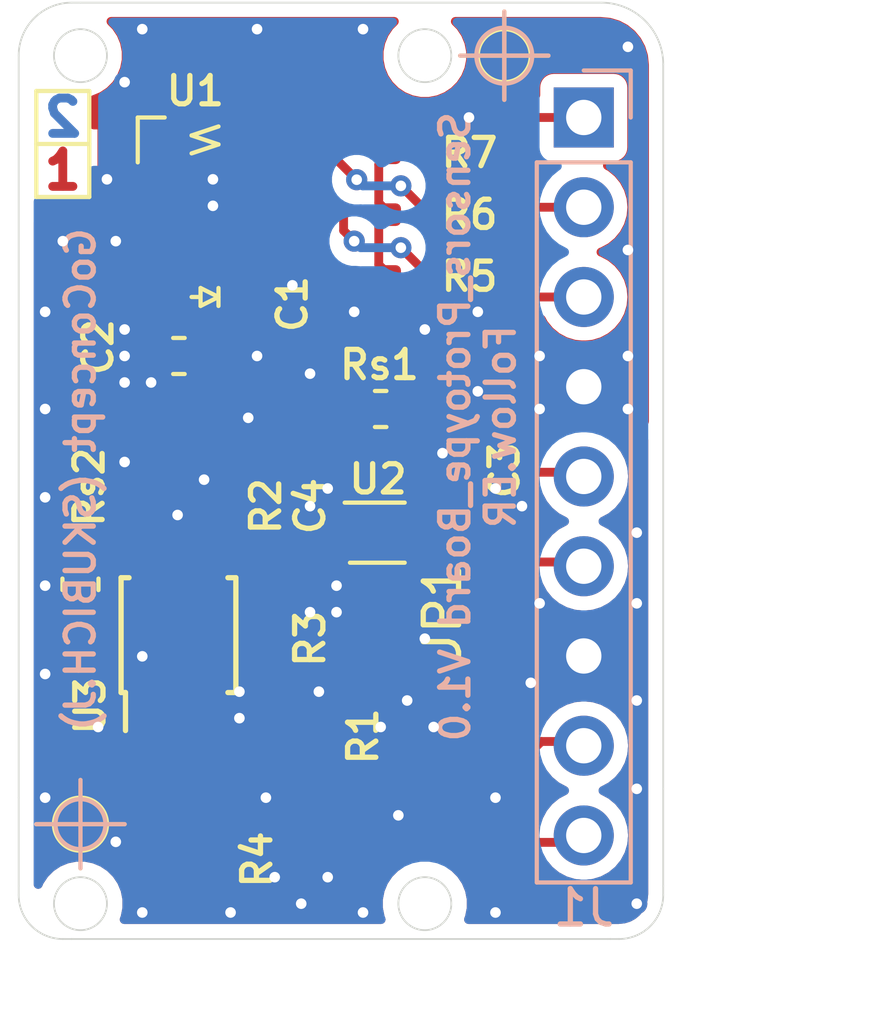
<source format=kicad_pcb>
(kicad_pcb (version 20171130) (host pcbnew 5.1.4-e60b266~84~ubuntu16.04.1)

  (general
    (thickness 1)
    (drawings 46)
    (tracks 208)
    (zones 0)
    (modules 18)
    (nets 23)
  )

  (page A4)
  (title_block
    (title "Sensors Prototype Board PCB")
    (date 2019-09-23)
    (company "Go Concept")
  )

  (layers
    (0 F.Cu signal)
    (31 B.Cu signal)
    (32 B.Adhes user)
    (33 F.Adhes user)
    (34 B.Paste user)
    (35 F.Paste user)
    (36 B.SilkS user)
    (37 F.SilkS user)
    (38 B.Mask user)
    (39 F.Mask user)
    (40 Dwgs.User user)
    (41 Cmts.User user)
    (42 Eco1.User user)
    (43 Eco2.User user)
    (44 Edge.Cuts user)
    (45 Margin user)
    (46 B.CrtYd user)
    (47 F.CrtYd user)
    (48 B.Fab user)
    (49 F.Fab user)
  )

  (setup
    (last_trace_width 0.25)
    (trace_clearance 0.2)
    (zone_clearance 0.4)
    (zone_45_only no)
    (trace_min 0.2)
    (via_size 0.6)
    (via_drill 0.3)
    (via_min_size 0.4)
    (via_min_drill 0.3)
    (uvia_size 0.3)
    (uvia_drill 0.1)
    (uvias_allowed no)
    (uvia_min_size 0.2)
    (uvia_min_drill 0.1)
    (edge_width 0.05)
    (segment_width 0.2)
    (pcb_text_width 0.3)
    (pcb_text_size 1.5 1.5)
    (mod_edge_width 0.12)
    (mod_text_size 0.8 0.8)
    (mod_text_width 0.15)
    (pad_size 1.524 1.524)
    (pad_drill 0.762)
    (pad_to_mask_clearance 0.051)
    (solder_mask_min_width 0.25)
    (aux_axis_origin 0 0)
    (visible_elements FFFFFF7F)
    (pcbplotparams
      (layerselection 0x010fc_ffffffff)
      (usegerberextensions false)
      (usegerberattributes false)
      (usegerberadvancedattributes false)
      (creategerberjobfile false)
      (excludeedgelayer true)
      (linewidth 0.100000)
      (plotframeref false)
      (viasonmask false)
      (mode 1)
      (useauxorigin false)
      (hpglpennumber 1)
      (hpglpenspeed 20)
      (hpglpendiameter 15.000000)
      (psnegative false)
      (psa4output false)
      (plotreference true)
      (plotvalue true)
      (plotinvisibletext false)
      (padsonsilk false)
      (subtractmaskfromsilk false)
      (outputformat 1)
      (mirror false)
      (drillshape 0)
      (scaleselection 1)
      (outputdirectory "SPB_Gerber/"))
  )

  (net 0 "")
  (net 1 GND)
  (net 2 AFE_1.8v)
  (net 3 AFE_LED)
  (net 4 SUPPLY)
  (net 5 "Net-(C4-Pad1)")
  (net 6 SDA)
  (net 7 SCL)
  (net 8 _INT)
  (net 9 I_led)
  (net 10 I_chip)
  (net 11 "Net-(R2-Pad1)")
  (net 12 "Net-(R3-Pad1)")
  (net 13 "Net-(U1-Pad1)")
  (net 14 "Net-(U1-Pad5)")
  (net 15 "Net-(U1-Pad6)")
  (net 16 "Net-(U1-Pad7)")
  (net 17 "Net-(U1-Pad8)")
  (net 18 "Net-(U1-Pad14)")
  (net 19 "Net-(U2-Pad4)")
  (net 20 "Net-(U2-Pad5)")
  (net 21 "Net-(U3-Pad3)")
  (net 22 "Net-(JP1-Pad1)")

  (net_class Default "This is the default net class."
    (clearance 0.2)
    (trace_width 0.25)
    (via_dia 0.6)
    (via_drill 0.3)
    (uvia_dia 0.3)
    (uvia_drill 0.1)
    (add_net AFE_1.8v)
    (add_net AFE_LED)
    (add_net GND)
    (add_net I_chip)
    (add_net I_led)
    (add_net "Net-(C4-Pad1)")
    (add_net "Net-(JP1-Pad1)")
    (add_net "Net-(R2-Pad1)")
    (add_net "Net-(R3-Pad1)")
    (add_net "Net-(U1-Pad1)")
    (add_net "Net-(U1-Pad14)")
    (add_net "Net-(U1-Pad5)")
    (add_net "Net-(U1-Pad6)")
    (add_net "Net-(U1-Pad7)")
    (add_net "Net-(U1-Pad8)")
    (add_net "Net-(U2-Pad4)")
    (add_net "Net-(U2-Pad5)")
    (add_net "Net-(U3-Pad3)")
    (add_net SCL)
    (add_net SDA)
    (add_net SUPPLY)
    (add_net _INT)
  )

  (module Capacitor_SMD:C_0402_1005Metric (layer F.Cu) (tedit 5B301BBE) (tstamp 5D8A2515)
    (at 217.5 130.265 270)
    (descr "Capacitor SMD 0402 (1005 Metric), square (rectangular) end terminal, IPC_7351 nominal, (Body size source: http://www.tortai-tech.com/upload/download/2011102023233369053.pdf), generated with kicad-footprint-generator")
    (tags capacitor)
    (path /5D8A14E3)
    (attr smd)
    (fp_text reference JP1 (at 2.235 0 90) (layer F.SilkS)
      (effects (font (size 1 1) (thickness 0.15)))
    )
    (fp_text value . (at 0 1.17 90) (layer F.Fab)
      (effects (font (size 1 1) (thickness 0.15)))
    )
    (fp_line (start -0.5 0.25) (end -0.5 -0.25) (layer F.Fab) (width 0.1))
    (fp_line (start -0.5 -0.25) (end 0.5 -0.25) (layer F.Fab) (width 0.1))
    (fp_line (start 0.5 -0.25) (end 0.5 0.25) (layer F.Fab) (width 0.1))
    (fp_line (start 0.5 0.25) (end -0.5 0.25) (layer F.Fab) (width 0.1))
    (fp_line (start -0.93 0.47) (end -0.93 -0.47) (layer F.CrtYd) (width 0.05))
    (fp_line (start -0.93 -0.47) (end 0.93 -0.47) (layer F.CrtYd) (width 0.05))
    (fp_line (start 0.93 -0.47) (end 0.93 0.47) (layer F.CrtYd) (width 0.05))
    (fp_line (start 0.93 0.47) (end -0.93 0.47) (layer F.CrtYd) (width 0.05))
    (fp_text user %R (at 0 0 90) (layer F.Fab)
      (effects (font (size 0.25 0.25) (thickness 0.04)))
    )
    (pad 1 smd roundrect (at -0.485 0 270) (size 0.59 0.64) (layers F.Cu F.Paste F.Mask) (roundrect_rratio 0.25)
      (net 22 "Net-(JP1-Pad1)"))
    (pad 2 smd roundrect (at 0.485 0 270) (size 0.59 0.64) (layers F.Cu F.Paste F.Mask) (roundrect_rratio 0.25)
      (net 4 SUPPLY))
    (model ${KISYS3DMOD}/Capacitor_SMD.3dshapes/C_0402_1005Metric.wrl
      (at (xyz 0 0 0))
      (scale (xyz 1 1 1))
      (rotate (xyz 0 0 0))
    )
  )

  (module ProjetSanté:F134 (layer F.Cu) (tedit 5D88DB43) (tstamp 5D897CF1)
    (at 210.65 123.58)
    (path /5D83C27F)
    (fp_text reference U1 (at -0.15 -5.83) (layer F.SilkS)
      (effects (font (size 0.8 0.8) (thickness 0.15)))
    )
    (fp_text value MAX30101 (at 3.302 1.778) (layer F.Fab)
      (effects (font (size 1 1) (thickness 0.15)))
    )
    (fp_line (start 0 0) (end -0.254 0) (layer F.SilkS) (width 0.12))
    (fp_line (start 0.508 0) (end 0 -0.254) (layer F.SilkS) (width 0.12))
    (fp_line (start 0 -0.254) (end 0 0.254) (layer F.SilkS) (width 0.12))
    (fp_line (start 0 0.254) (end 0.508 0) (layer F.SilkS) (width 0.12))
    (fp_line (start 0.508 -0.254) (end 0.508 0.254) (layer F.SilkS) (width 0.12))
    (fp_line (start 0.508 -4.826) (end -0.254 -4.572) (layer F.SilkS) (width 0.12))
    (fp_line (start -0.254 -4.572) (end 0.508 -4.318) (layer F.SilkS) (width 0.12))
    (fp_line (start 0.508 -4.318) (end -0.254 -4.064) (layer F.SilkS) (width 0.12))
    (fp_line (start -1.778 -3.81) (end -1.778 -5.08) (layer F.SilkS) (width 0.12))
    (fp_line (start -1.778 -5.08) (end -1.016 -5.08) (layer F.SilkS) (width 0.12))
    (pad 14 smd rect (at 1.384 -4.572) (size 0.75 0.35) (layers F.Cu F.Paste F.Mask)
      (net 18 "Net-(U1-Pad14)"))
    (pad 13 smd rect (at 1.384 -3.772) (size 0.75 0.35) (layers F.Cu F.Paste F.Mask)
      (net 8 _INT))
    (pad 12 smd rect (at 1.384 -2.972) (size 0.75 0.35) (layers F.Cu F.Paste F.Mask)
      (net 1 GND))
    (pad 11 smd rect (at 1.384 -2.172) (size 0.75 0.35) (layers F.Cu F.Paste F.Mask)
      (net 2 AFE_1.8v))
    (pad 10 smd rect (at 1.384 -1.372) (size 0.75 0.35) (layers F.Cu F.Paste F.Mask)
      (net 3 AFE_LED))
    (pad 9 smd rect (at 1.384 -0.572) (size 0.75 0.35) (layers F.Cu F.Paste F.Mask)
      (net 3 AFE_LED))
    (pad 8 smd rect (at 1.384 0.228) (size 0.75 0.35) (layers F.Cu F.Paste F.Mask)
      (net 17 "Net-(U1-Pad8)"))
    (pad 7 smd rect (at -1.016 0.228) (size 0.75 0.35) (layers F.Cu F.Paste F.Mask)
      (net 16 "Net-(U1-Pad7)"))
    (pad 6 smd rect (at -1.016 -0.572) (size 0.75 0.35) (layers F.Cu F.Paste F.Mask)
      (net 15 "Net-(U1-Pad6)"))
    (pad 5 smd rect (at -1.016 -1.372) (size 0.75 0.35) (layers F.Cu F.Paste F.Mask)
      (net 14 "Net-(U1-Pad5)"))
    (pad 4 smd rect (at -1.016 -2.172) (size 0.75 0.35) (layers F.Cu F.Paste F.Mask)
      (net 1 GND))
    (pad 3 smd rect (at -1.016 -2.972) (size 0.75 0.35) (layers F.Cu F.Paste F.Mask)
      (net 6 SDA))
    (pad 2 smd rect (at -1.016 -3.772) (size 0.75 0.35) (layers F.Cu F.Paste F.Mask)
      (net 7 SCL))
    (pad 1 smd rect (at -1.016 -4.572) (size 0.75 0.35) (layers F.Cu F.Paste F.Mask)
      (net 13 "Net-(U1-Pad1)"))
    (model ${KISYS3DMOD}/Package_DFN_QFN.3dshapes/DFN-16-1EP_3x5mm_P0.5mm_EP1.66x4.4mm.wrl
      (offset (xyz 0.22 2.1 0))
      (scale (xyz 0.97 0.97 2))
      (rotate (xyz 0 0 0))
    )
  )

  (module Capacitor_SMD:C_0402_1005Metric (layer F.Cu) (tedit 5B301BBE) (tstamp 5D897CBA)
    (at 213.25 122.015 90)
    (descr "Capacitor SMD 0402 (1005 Metric), square (rectangular) end terminal, IPC_7351 nominal, (Body size source: http://www.tortai-tech.com/upload/download/2011102023233369053.pdf), generated with kicad-footprint-generator")
    (tags capacitor)
    (path /5D83CDF9)
    (attr smd)
    (fp_text reference C1 (at -1.765 0 90) (layer F.SilkS)
      (effects (font (size 0.8 0.8) (thickness 0.15)))
    )
    (fp_text value 4.7u (at 0 1.17 90) (layer F.Fab)
      (effects (font (size 1 1) (thickness 0.15)))
    )
    (fp_line (start -0.5 0.25) (end -0.5 -0.25) (layer F.Fab) (width 0.1))
    (fp_line (start -0.5 -0.25) (end 0.5 -0.25) (layer F.Fab) (width 0.1))
    (fp_line (start 0.5 -0.25) (end 0.5 0.25) (layer F.Fab) (width 0.1))
    (fp_line (start 0.5 0.25) (end -0.5 0.25) (layer F.Fab) (width 0.1))
    (fp_line (start -0.93 0.47) (end -0.93 -0.47) (layer F.CrtYd) (width 0.05))
    (fp_line (start -0.93 -0.47) (end 0.93 -0.47) (layer F.CrtYd) (width 0.05))
    (fp_line (start 0.93 -0.47) (end 0.93 0.47) (layer F.CrtYd) (width 0.05))
    (fp_line (start 0.93 0.47) (end -0.93 0.47) (layer F.CrtYd) (width 0.05))
    (fp_text user %R (at 0 0 90) (layer F.Fab)
      (effects (font (size 1 1) (thickness 0.15)))
    )
    (pad 1 smd roundrect (at -0.485 0 90) (size 0.59 0.64) (layers F.Cu F.Paste F.Mask) (roundrect_rratio 0.25)
      (net 1 GND))
    (pad 2 smd roundrect (at 0.485 0 90) (size 0.59 0.64) (layers F.Cu F.Paste F.Mask) (roundrect_rratio 0.25)
      (net 2 AFE_1.8v))
    (model ${KISYS3DMOD}/Capacitor_SMD.3dshapes/C_0402_1005Metric.wrl
      (at (xyz 0 0 0))
      (scale (xyz 1 1 1))
      (rotate (xyz 0 0 0))
    )
  )

  (module Capacitor_SMD:C_0603_1608Metric (layer F.Cu) (tedit 5B301BBE) (tstamp 5D897C8C)
    (at 210.0375 125.25)
    (descr "Capacitor SMD 0603 (1608 Metric), square (rectangular) end terminal, IPC_7351 nominal, (Body size source: http://www.tortai-tech.com/upload/download/2011102023233369053.pdf), generated with kicad-footprint-generator")
    (tags capacitor)
    (path /5D83D04B)
    (attr smd)
    (fp_text reference C2 (at -2.2875 -0.25 270) (layer F.SilkS)
      (effects (font (size 0.8 0.8) (thickness 0.15)))
    )
    (fp_text value 10u (at 0 1.43) (layer F.Fab)
      (effects (font (size 1 1) (thickness 0.15)))
    )
    (fp_line (start -0.8 0.4) (end -0.8 -0.4) (layer F.Fab) (width 0.1))
    (fp_line (start -0.8 -0.4) (end 0.8 -0.4) (layer F.Fab) (width 0.1))
    (fp_line (start 0.8 -0.4) (end 0.8 0.4) (layer F.Fab) (width 0.1))
    (fp_line (start 0.8 0.4) (end -0.8 0.4) (layer F.Fab) (width 0.1))
    (fp_line (start -0.162779 -0.51) (end 0.162779 -0.51) (layer F.SilkS) (width 0.12))
    (fp_line (start -0.162779 0.51) (end 0.162779 0.51) (layer F.SilkS) (width 0.12))
    (fp_line (start -1.48 0.73) (end -1.48 -0.73) (layer F.CrtYd) (width 0.05))
    (fp_line (start -1.48 -0.73) (end 1.48 -0.73) (layer F.CrtYd) (width 0.05))
    (fp_line (start 1.48 -0.73) (end 1.48 0.73) (layer F.CrtYd) (width 0.05))
    (fp_line (start 1.48 0.73) (end -1.48 0.73) (layer F.CrtYd) (width 0.05))
    (fp_text user %R (at 0 0) (layer F.Fab)
      (effects (font (size 1 1) (thickness 0.15)))
    )
    (pad 1 smd roundrect (at -0.7875 0) (size 0.875 0.95) (layers F.Cu F.Paste F.Mask) (roundrect_rratio 0.25)
      (net 1 GND))
    (pad 2 smd roundrect (at 0.7875 0) (size 0.875 0.95) (layers F.Cu F.Paste F.Mask) (roundrect_rratio 0.25)
      (net 3 AFE_LED))
    (model ${KISYS3DMOD}/Capacitor_SMD.3dshapes/C_0603_1608Metric.wrl
      (at (xyz 0 0 0))
      (scale (xyz 1 1 1))
      (rotate (xyz 0 0 0))
    )
  )

  (module Capacitor_SMD:C_0402_1005Metric (layer F.Cu) (tedit 5B301BBE) (tstamp 5D89799F)
    (at 219 130.25 90)
    (descr "Capacitor SMD 0402 (1005 Metric), square (rectangular) end terminal, IPC_7351 nominal, (Body size source: http://www.tortai-tech.com/upload/download/2011102023233369053.pdf), generated with kicad-footprint-generator")
    (tags capacitor)
    (path /5D83A11F)
    (attr smd)
    (fp_text reference C3 (at 1.765 0.25 270) (layer F.SilkS)
      (effects (font (size 0.8 0.8) (thickness 0.15)))
    )
    (fp_text value 4.7u (at 0 1.17 90) (layer F.Fab)
      (effects (font (size 1 1) (thickness 0.15)))
    )
    (fp_line (start -0.5 0.25) (end -0.5 -0.25) (layer F.Fab) (width 0.1))
    (fp_line (start -0.5 -0.25) (end 0.5 -0.25) (layer F.Fab) (width 0.1))
    (fp_line (start 0.5 -0.25) (end 0.5 0.25) (layer F.Fab) (width 0.1))
    (fp_line (start 0.5 0.25) (end -0.5 0.25) (layer F.Fab) (width 0.1))
    (fp_line (start -0.93 0.47) (end -0.93 -0.47) (layer F.CrtYd) (width 0.05))
    (fp_line (start -0.93 -0.47) (end 0.93 -0.47) (layer F.CrtYd) (width 0.05))
    (fp_line (start 0.93 -0.47) (end 0.93 0.47) (layer F.CrtYd) (width 0.05))
    (fp_line (start 0.93 0.47) (end -0.93 0.47) (layer F.CrtYd) (width 0.05))
    (fp_text user %R (at 0 0 90) (layer F.Fab)
      (effects (font (size 1 1) (thickness 0.15)))
    )
    (pad 1 smd roundrect (at -0.485 0 90) (size 0.59 0.64) (layers F.Cu F.Paste F.Mask) (roundrect_rratio 0.25)
      (net 4 SUPPLY))
    (pad 2 smd roundrect (at 0.485 0 90) (size 0.59 0.64) (layers F.Cu F.Paste F.Mask) (roundrect_rratio 0.25)
      (net 1 GND))
    (model ${KISYS3DMOD}/Capacitor_SMD.3dshapes/C_0402_1005Metric.wrl
      (at (xyz 0 0 0))
      (scale (xyz 1 1 1))
      (rotate (xyz 0 0 0))
    )
  )

  (module Capacitor_SMD:C_0402_1005Metric (layer F.Cu) (tedit 5B301BBE) (tstamp 5D89663F)
    (at 213.75 131.235 270)
    (descr "Capacitor SMD 0402 (1005 Metric), square (rectangular) end terminal, IPC_7351 nominal, (Body size source: http://www.tortai-tech.com/upload/download/2011102023233369053.pdf), generated with kicad-footprint-generator")
    (tags capacitor)
    (path /5D83CD07)
    (attr smd)
    (fp_text reference C4 (at -1.735 0 90) (layer F.SilkS)
      (effects (font (size 0.8 0.8) (thickness 0.15)))
    )
    (fp_text value 4.7u (at 0 1.17 90) (layer F.Fab)
      (effects (font (size 1 1) (thickness 0.15)))
    )
    (fp_text user %R (at 0 0 90) (layer F.Fab)
      (effects (font (size 1 1) (thickness 0.15)))
    )
    (fp_line (start 0.93 0.47) (end -0.93 0.47) (layer F.CrtYd) (width 0.05))
    (fp_line (start 0.93 -0.47) (end 0.93 0.47) (layer F.CrtYd) (width 0.05))
    (fp_line (start -0.93 -0.47) (end 0.93 -0.47) (layer F.CrtYd) (width 0.05))
    (fp_line (start -0.93 0.47) (end -0.93 -0.47) (layer F.CrtYd) (width 0.05))
    (fp_line (start 0.5 0.25) (end -0.5 0.25) (layer F.Fab) (width 0.1))
    (fp_line (start 0.5 -0.25) (end 0.5 0.25) (layer F.Fab) (width 0.1))
    (fp_line (start -0.5 -0.25) (end 0.5 -0.25) (layer F.Fab) (width 0.1))
    (fp_line (start -0.5 0.25) (end -0.5 -0.25) (layer F.Fab) (width 0.1))
    (pad 2 smd roundrect (at 0.485 0 270) (size 0.59 0.64) (layers F.Cu F.Paste F.Mask) (roundrect_rratio 0.25)
      (net 1 GND))
    (pad 1 smd roundrect (at -0.485 0 270) (size 0.59 0.64) (layers F.Cu F.Paste F.Mask) (roundrect_rratio 0.25)
      (net 5 "Net-(C4-Pad1)"))
    (model ${KISYS3DMOD}/Capacitor_SMD.3dshapes/C_0402_1005Metric.wrl
      (at (xyz 0 0 0))
      (scale (xyz 1 1 1))
      (rotate (xyz 0 0 0))
    )
  )

  (module Resistor_SMD:R_0402_1005Metric (layer F.Cu) (tedit 5B301BBD) (tstamp 5D894B22)
    (at 216.5 136.265 90)
    (descr "Resistor SMD 0402 (1005 Metric), square (rectangular) end terminal, IPC_7351 nominal, (Body size source: http://www.tortai-tech.com/upload/download/2011102023233369053.pdf), generated with kicad-footprint-generator")
    (tags resistor)
    (path /5D83B609)
    (attr smd)
    (fp_text reference R1 (at 0.25 -1.25 270) (layer F.SilkS)
      (effects (font (size 0.8 0.8) (thickness 0.15)))
    )
    (fp_text value 200k (at 0 1.17 90) (layer F.Fab)
      (effects (font (size 1 1) (thickness 0.15)))
    )
    (fp_text user %R (at 0 0 90) (layer F.Fab)
      (effects (font (size 1 1) (thickness 0.15)))
    )
    (fp_line (start 0.93 0.47) (end -0.93 0.47) (layer F.CrtYd) (width 0.05))
    (fp_line (start 0.93 -0.47) (end 0.93 0.47) (layer F.CrtYd) (width 0.05))
    (fp_line (start -0.93 -0.47) (end 0.93 -0.47) (layer F.CrtYd) (width 0.05))
    (fp_line (start -0.93 0.47) (end -0.93 -0.47) (layer F.CrtYd) (width 0.05))
    (fp_line (start 0.5 0.25) (end -0.5 0.25) (layer F.Fab) (width 0.1))
    (fp_line (start 0.5 -0.25) (end 0.5 0.25) (layer F.Fab) (width 0.1))
    (fp_line (start -0.5 -0.25) (end 0.5 -0.25) (layer F.Fab) (width 0.1))
    (fp_line (start -0.5 0.25) (end -0.5 -0.25) (layer F.Fab) (width 0.1))
    (pad 2 smd roundrect (at 0.485 0 90) (size 0.59 0.64) (layers F.Cu F.Paste F.Mask) (roundrect_rratio 0.25)
      (net 1 GND))
    (pad 1 smd roundrect (at -0.485 0 90) (size 0.59 0.64) (layers F.Cu F.Paste F.Mask) (roundrect_rratio 0.25)
      (net 10 I_chip))
    (model ${KISYS3DMOD}/Resistor_SMD.3dshapes/R_0402_1005Metric.wrl
      (at (xyz 0 0 0))
      (scale (xyz 1 1 1))
      (rotate (xyz 0 0 0))
    )
  )

  (module Resistor_SMD:R_0402_1005Metric (layer F.Cu) (tedit 5B301BBD) (tstamp 5D89614A)
    (at 212.5 131.235 90)
    (descr "Resistor SMD 0402 (1005 Metric), square (rectangular) end terminal, IPC_7351 nominal, (Body size source: http://www.tortai-tech.com/upload/download/2011102023233369053.pdf), generated with kicad-footprint-generator")
    (tags resistor)
    (path /5D839ECA)
    (attr smd)
    (fp_text reference R2 (at 1.735 0 90) (layer F.SilkS)
      (effects (font (size 0.8 0.8) (thickness 0.15)))
    )
    (fp_text value 100 (at 0 1.17 90) (layer F.Fab)
      (effects (font (size 1 1) (thickness 0.15)))
    )
    (fp_line (start -0.5 0.25) (end -0.5 -0.25) (layer F.Fab) (width 0.1))
    (fp_line (start -0.5 -0.25) (end 0.5 -0.25) (layer F.Fab) (width 0.1))
    (fp_line (start 0.5 -0.25) (end 0.5 0.25) (layer F.Fab) (width 0.1))
    (fp_line (start 0.5 0.25) (end -0.5 0.25) (layer F.Fab) (width 0.1))
    (fp_line (start -0.93 0.47) (end -0.93 -0.47) (layer F.CrtYd) (width 0.05))
    (fp_line (start -0.93 -0.47) (end 0.93 -0.47) (layer F.CrtYd) (width 0.05))
    (fp_line (start 0.93 -0.47) (end 0.93 0.47) (layer F.CrtYd) (width 0.05))
    (fp_line (start 0.93 0.47) (end -0.93 0.47) (layer F.CrtYd) (width 0.05))
    (fp_text user %R (at 0 0 90) (layer F.Fab)
      (effects (font (size 1 1) (thickness 0.15)))
    )
    (pad 1 smd roundrect (at -0.485 0 90) (size 0.59 0.64) (layers F.Cu F.Paste F.Mask) (roundrect_rratio 0.25)
      (net 11 "Net-(R2-Pad1)"))
    (pad 2 smd roundrect (at 0.485 0 90) (size 0.59 0.64) (layers F.Cu F.Paste F.Mask) (roundrect_rratio 0.25)
      (net 5 "Net-(C4-Pad1)"))
    (model ${KISYS3DMOD}/Resistor_SMD.3dshapes/R_0402_1005Metric.wrl
      (at (xyz 0 0 0))
      (scale (xyz 1 1 1))
      (rotate (xyz 0 0 0))
    )
  )

  (module Resistor_SMD:R_0402_1005Metric (layer F.Cu) (tedit 5B301BBD) (tstamp 5D8968E0)
    (at 212.5 133.265 270)
    (descr "Resistor SMD 0402 (1005 Metric), square (rectangular) end terminal, IPC_7351 nominal, (Body size source: http://www.tortai-tech.com/upload/download/2011102023233369053.pdf), generated with kicad-footprint-generator")
    (tags resistor)
    (path /5D839E4A)
    (attr smd)
    (fp_text reference R3 (at -0.015 -1.25 90) (layer F.SilkS)
      (effects (font (size 0.8 0.8) (thickness 0.15)))
    )
    (fp_text value 100 (at 0 1.17 90) (layer F.Fab)
      (effects (font (size 1 1) (thickness 0.15)))
    )
    (fp_text user %R (at 0 0 90) (layer F.Fab)
      (effects (font (size 1 1) (thickness 0.15)))
    )
    (fp_line (start 0.93 0.47) (end -0.93 0.47) (layer F.CrtYd) (width 0.05))
    (fp_line (start 0.93 -0.47) (end 0.93 0.47) (layer F.CrtYd) (width 0.05))
    (fp_line (start -0.93 -0.47) (end 0.93 -0.47) (layer F.CrtYd) (width 0.05))
    (fp_line (start -0.93 0.47) (end -0.93 -0.47) (layer F.CrtYd) (width 0.05))
    (fp_line (start 0.5 0.25) (end -0.5 0.25) (layer F.Fab) (width 0.1))
    (fp_line (start 0.5 -0.25) (end 0.5 0.25) (layer F.Fab) (width 0.1))
    (fp_line (start -0.5 -0.25) (end 0.5 -0.25) (layer F.Fab) (width 0.1))
    (fp_line (start -0.5 0.25) (end -0.5 -0.25) (layer F.Fab) (width 0.1))
    (pad 2 smd roundrect (at 0.485 0 270) (size 0.59 0.64) (layers F.Cu F.Paste F.Mask) (roundrect_rratio 0.25)
      (net 4 SUPPLY))
    (pad 1 smd roundrect (at -0.485 0 270) (size 0.59 0.64) (layers F.Cu F.Paste F.Mask) (roundrect_rratio 0.25)
      (net 12 "Net-(R3-Pad1)"))
    (model ${KISYS3DMOD}/Resistor_SMD.3dshapes/R_0402_1005Metric.wrl
      (at (xyz 0 0 0))
      (scale (xyz 1 1 1))
      (rotate (xyz 0 0 0))
    )
  )

  (module Resistor_SMD:R_0402_1005Metric (layer F.Cu) (tedit 5B301BBD) (tstamp 5D894775)
    (at 213.5 139.5 90)
    (descr "Resistor SMD 0402 (1005 Metric), square (rectangular) end terminal, IPC_7351 nominal, (Body size source: http://www.tortai-tech.com/upload/download/2011102023233369053.pdf), generated with kicad-footprint-generator")
    (tags resistor)
    (path /5D83B3A3)
    (attr smd)
    (fp_text reference R4 (at 0 -1.25 270) (layer F.SilkS)
      (effects (font (size 0.8 0.8) (thickness 0.15)))
    )
    (fp_text value 200k (at 0 1.17 90) (layer F.Fab)
      (effects (font (size 1 1) (thickness 0.15)))
    )
    (fp_line (start -0.5 0.25) (end -0.5 -0.25) (layer F.Fab) (width 0.1))
    (fp_line (start -0.5 -0.25) (end 0.5 -0.25) (layer F.Fab) (width 0.1))
    (fp_line (start 0.5 -0.25) (end 0.5 0.25) (layer F.Fab) (width 0.1))
    (fp_line (start 0.5 0.25) (end -0.5 0.25) (layer F.Fab) (width 0.1))
    (fp_line (start -0.93 0.47) (end -0.93 -0.47) (layer F.CrtYd) (width 0.05))
    (fp_line (start -0.93 -0.47) (end 0.93 -0.47) (layer F.CrtYd) (width 0.05))
    (fp_line (start 0.93 -0.47) (end 0.93 0.47) (layer F.CrtYd) (width 0.05))
    (fp_line (start 0.93 0.47) (end -0.93 0.47) (layer F.CrtYd) (width 0.05))
    (fp_text user %R (at 0 0 90) (layer F.Fab)
      (effects (font (size 1 1) (thickness 0.15)))
    )
    (pad 1 smd roundrect (at -0.485 0 90) (size 0.59 0.64) (layers F.Cu F.Paste F.Mask) (roundrect_rratio 0.25)
      (net 1 GND))
    (pad 2 smd roundrect (at 0.485 0 90) (size 0.59 0.64) (layers F.Cu F.Paste F.Mask) (roundrect_rratio 0.25)
      (net 9 I_led))
    (model ${KISYS3DMOD}/Resistor_SMD.3dshapes/R_0402_1005Metric.wrl
      (at (xyz 0 0 0))
      (scale (xyz 1 1 1))
      (rotate (xyz 0 0 0))
    )
  )

  (module Resistor_SMD:R_0402_1005Metric (layer F.Cu) (tedit 5B301BBD) (tstamp 5D897E4D)
    (at 216.515 123)
    (descr "Resistor SMD 0402 (1005 Metric), square (rectangular) end terminal, IPC_7351 nominal, (Body size source: http://www.tortai-tech.com/upload/download/2011102023233369053.pdf), generated with kicad-footprint-generator")
    (tags resistor)
    (path /5D838C65)
    (attr smd)
    (fp_text reference R5 (at 1.75 0) (layer F.SilkS)
      (effects (font (size 0.8 0.8) (thickness 0.15)))
    )
    (fp_text value 4.7k (at 0 1.17) (layer F.Fab)
      (effects (font (size 1 1) (thickness 0.15)))
    )
    (fp_line (start -0.5 0.25) (end -0.5 -0.25) (layer F.Fab) (width 0.1))
    (fp_line (start -0.5 -0.25) (end 0.5 -0.25) (layer F.Fab) (width 0.1))
    (fp_line (start 0.5 -0.25) (end 0.5 0.25) (layer F.Fab) (width 0.1))
    (fp_line (start 0.5 0.25) (end -0.5 0.25) (layer F.Fab) (width 0.1))
    (fp_line (start -0.93 0.47) (end -0.93 -0.47) (layer F.CrtYd) (width 0.05))
    (fp_line (start -0.93 -0.47) (end 0.93 -0.47) (layer F.CrtYd) (width 0.05))
    (fp_line (start 0.93 -0.47) (end 0.93 0.47) (layer F.CrtYd) (width 0.05))
    (fp_line (start 0.93 0.47) (end -0.93 0.47) (layer F.CrtYd) (width 0.05))
    (fp_text user %R (at 0 0) (layer F.Fab)
      (effects (font (size 1 1) (thickness 0.15)))
    )
    (pad 1 smd roundrect (at -0.485 0) (size 0.59 0.64) (layers F.Cu F.Paste F.Mask) (roundrect_rratio 0.25)
      (net 2 AFE_1.8v))
    (pad 2 smd roundrect (at 0.485 0) (size 0.59 0.64) (layers F.Cu F.Paste F.Mask) (roundrect_rratio 0.25)
      (net 8 _INT))
    (model ${KISYS3DMOD}/Resistor_SMD.3dshapes/R_0402_1005Metric.wrl
      (at (xyz 0 0 0))
      (scale (xyz 1 1 1))
      (rotate (xyz 0 0 0))
    )
  )

  (module Resistor_SMD:R_0402_1005Metric (layer F.Cu) (tedit 5B301BBD) (tstamp 5D897DF6)
    (at 216.515 121.25)
    (descr "Resistor SMD 0402 (1005 Metric), square (rectangular) end terminal, IPC_7351 nominal, (Body size source: http://www.tortai-tech.com/upload/download/2011102023233369053.pdf), generated with kicad-footprint-generator")
    (tags resistor)
    (path /5D838D24)
    (attr smd)
    (fp_text reference R6 (at 1.75 0) (layer F.SilkS)
      (effects (font (size 0.8 0.8) (thickness 0.15)))
    )
    (fp_text value 4.7k (at 0 1.17) (layer F.Fab)
      (effects (font (size 1 1) (thickness 0.15)))
    )
    (fp_text user %R (at 0 0) (layer F.Fab)
      (effects (font (size 1 1) (thickness 0.15)))
    )
    (fp_line (start 0.93 0.47) (end -0.93 0.47) (layer F.CrtYd) (width 0.05))
    (fp_line (start 0.93 -0.47) (end 0.93 0.47) (layer F.CrtYd) (width 0.05))
    (fp_line (start -0.93 -0.47) (end 0.93 -0.47) (layer F.CrtYd) (width 0.05))
    (fp_line (start -0.93 0.47) (end -0.93 -0.47) (layer F.CrtYd) (width 0.05))
    (fp_line (start 0.5 0.25) (end -0.5 0.25) (layer F.Fab) (width 0.1))
    (fp_line (start 0.5 -0.25) (end 0.5 0.25) (layer F.Fab) (width 0.1))
    (fp_line (start -0.5 -0.25) (end 0.5 -0.25) (layer F.Fab) (width 0.1))
    (fp_line (start -0.5 0.25) (end -0.5 -0.25) (layer F.Fab) (width 0.1))
    (pad 2 smd roundrect (at 0.485 0) (size 0.59 0.64) (layers F.Cu F.Paste F.Mask) (roundrect_rratio 0.25)
      (net 7 SCL))
    (pad 1 smd roundrect (at -0.485 0) (size 0.59 0.64) (layers F.Cu F.Paste F.Mask) (roundrect_rratio 0.25)
      (net 2 AFE_1.8v))
    (model ${KISYS3DMOD}/Resistor_SMD.3dshapes/R_0402_1005Metric.wrl
      (at (xyz 0 0 0))
      (scale (xyz 1 1 1))
      (rotate (xyz 0 0 0))
    )
  )

  (module Resistor_SMD:R_0402_1005Metric (layer F.Cu) (tedit 5B301BBD) (tstamp 5D8947A2)
    (at 216.515 119.5)
    (descr "Resistor SMD 0402 (1005 Metric), square (rectangular) end terminal, IPC_7351 nominal, (Body size source: http://www.tortai-tech.com/upload/download/2011102023233369053.pdf), generated with kicad-footprint-generator")
    (tags resistor)
    (path /5D838D53)
    (attr smd)
    (fp_text reference R7 (at 1.75 0) (layer F.SilkS)
      (effects (font (size 0.8 0.8) (thickness 0.15)))
    )
    (fp_text value 4.7k (at 0 1.17) (layer F.Fab)
      (effects (font (size 1 1) (thickness 0.15)))
    )
    (fp_line (start -0.5 0.25) (end -0.5 -0.25) (layer F.Fab) (width 0.1))
    (fp_line (start -0.5 -0.25) (end 0.5 -0.25) (layer F.Fab) (width 0.1))
    (fp_line (start 0.5 -0.25) (end 0.5 0.25) (layer F.Fab) (width 0.1))
    (fp_line (start 0.5 0.25) (end -0.5 0.25) (layer F.Fab) (width 0.1))
    (fp_line (start -0.93 0.47) (end -0.93 -0.47) (layer F.CrtYd) (width 0.05))
    (fp_line (start -0.93 -0.47) (end 0.93 -0.47) (layer F.CrtYd) (width 0.05))
    (fp_line (start 0.93 -0.47) (end 0.93 0.47) (layer F.CrtYd) (width 0.05))
    (fp_line (start 0.93 0.47) (end -0.93 0.47) (layer F.CrtYd) (width 0.05))
    (fp_text user %R (at 0 0) (layer F.Fab)
      (effects (font (size 1 1) (thickness 0.15)))
    )
    (pad 1 smd roundrect (at -0.485 0) (size 0.59 0.64) (layers F.Cu F.Paste F.Mask) (roundrect_rratio 0.25)
      (net 2 AFE_1.8v))
    (pad 2 smd roundrect (at 0.485 0) (size 0.59 0.64) (layers F.Cu F.Paste F.Mask) (roundrect_rratio 0.25)
      (net 6 SDA))
    (model ${KISYS3DMOD}/Resistor_SMD.3dshapes/R_0402_1005Metric.wrl
      (at (xyz 0 0 0))
      (scale (xyz 1 1 1))
      (rotate (xyz 0 0 0))
    )
  )

  (module Resistor_SMD:R_0603_1608Metric (layer F.Cu) (tedit 5B301BBD) (tstamp 5D8947B3)
    (at 215.75 126.75)
    (descr "Resistor SMD 0603 (1608 Metric), square (rectangular) end terminal, IPC_7351 nominal, (Body size source: http://www.tortai-tech.com/upload/download/2011102023233369053.pdf), generated with kicad-footprint-generator")
    (tags resistor)
    (path /5D839B5A)
    (attr smd)
    (fp_text reference Rs1 (at -0.0375 -1.25) (layer F.SilkS)
      (effects (font (size 0.8 0.8) (thickness 0.15)))
    )
    (fp_text value 1 (at 0 1.43) (layer F.Fab)
      (effects (font (size 1 1) (thickness 0.15)))
    )
    (fp_line (start -0.8 0.4) (end -0.8 -0.4) (layer F.Fab) (width 0.1))
    (fp_line (start -0.8 -0.4) (end 0.8 -0.4) (layer F.Fab) (width 0.1))
    (fp_line (start 0.8 -0.4) (end 0.8 0.4) (layer F.Fab) (width 0.1))
    (fp_line (start 0.8 0.4) (end -0.8 0.4) (layer F.Fab) (width 0.1))
    (fp_line (start -0.162779 -0.51) (end 0.162779 -0.51) (layer F.SilkS) (width 0.12))
    (fp_line (start -0.162779 0.51) (end 0.162779 0.51) (layer F.SilkS) (width 0.12))
    (fp_line (start -1.48 0.73) (end -1.48 -0.73) (layer F.CrtYd) (width 0.05))
    (fp_line (start -1.48 -0.73) (end 1.48 -0.73) (layer F.CrtYd) (width 0.05))
    (fp_line (start 1.48 -0.73) (end 1.48 0.73) (layer F.CrtYd) (width 0.05))
    (fp_line (start 1.48 0.73) (end -1.48 0.73) (layer F.CrtYd) (width 0.05))
    (fp_text user %R (at 0 0) (layer F.Fab)
      (effects (font (size 1 1) (thickness 0.15)))
    )
    (pad 1 smd roundrect (at -0.7875 0) (size 0.875 0.95) (layers F.Cu F.Paste F.Mask) (roundrect_rratio 0.25)
      (net 2 AFE_1.8v))
    (pad 2 smd roundrect (at 0.7875 0) (size 0.875 0.95) (layers F.Cu F.Paste F.Mask) (roundrect_rratio 0.25)
      (net 5 "Net-(C4-Pad1)"))
    (model ${KISYS3DMOD}/Resistor_SMD.3dshapes/R_0603_1608Metric.wrl
      (at (xyz 0 0 0))
      (scale (xyz 1 1 1))
      (rotate (xyz 0 0 0))
    )
  )

  (module Resistor_SMD:R_0603_1608Metric (layer F.Cu) (tedit 5B301BBD) (tstamp 5D8947C4)
    (at 207.25 131.7125 270)
    (descr "Resistor SMD 0603 (1608 Metric), square (rectangular) end terminal, IPC_7351 nominal, (Body size source: http://www.tortai-tech.com/upload/download/2011102023233369053.pdf), generated with kicad-footprint-generator")
    (tags resistor)
    (path /5D839D2A)
    (attr smd)
    (fp_text reference Rs2 (at -2.75 -0.25 90) (layer F.SilkS)
      (effects (font (size 0.8 0.8) (thickness 0.15)))
    )
    (fp_text value 1 (at 0 1.43 90) (layer F.Fab)
      (effects (font (size 1 1) (thickness 0.15)))
    )
    (fp_text user %R (at 0 0 90) (layer F.Fab)
      (effects (font (size 1 1) (thickness 0.15)))
    )
    (fp_line (start 1.48 0.73) (end -1.48 0.73) (layer F.CrtYd) (width 0.05))
    (fp_line (start 1.48 -0.73) (end 1.48 0.73) (layer F.CrtYd) (width 0.05))
    (fp_line (start -1.48 -0.73) (end 1.48 -0.73) (layer F.CrtYd) (width 0.05))
    (fp_line (start -1.48 0.73) (end -1.48 -0.73) (layer F.CrtYd) (width 0.05))
    (fp_line (start -0.162779 0.51) (end 0.162779 0.51) (layer F.SilkS) (width 0.12))
    (fp_line (start -0.162779 -0.51) (end 0.162779 -0.51) (layer F.SilkS) (width 0.12))
    (fp_line (start 0.8 0.4) (end -0.8 0.4) (layer F.Fab) (width 0.1))
    (fp_line (start 0.8 -0.4) (end 0.8 0.4) (layer F.Fab) (width 0.1))
    (fp_line (start -0.8 -0.4) (end 0.8 -0.4) (layer F.Fab) (width 0.1))
    (fp_line (start -0.8 0.4) (end -0.8 -0.4) (layer F.Fab) (width 0.1))
    (pad 2 smd roundrect (at 0.7875 0 270) (size 0.875 0.95) (layers F.Cu F.Paste F.Mask) (roundrect_rratio 0.25)
      (net 4 SUPPLY))
    (pad 1 smd roundrect (at -0.7875 0 270) (size 0.875 0.95) (layers F.Cu F.Paste F.Mask) (roundrect_rratio 0.25)
      (net 3 AFE_LED))
    (model ${KISYS3DMOD}/Resistor_SMD.3dshapes/R_0603_1608Metric.wrl
      (at (xyz 0 0 0))
      (scale (xyz 1 1 1))
      (rotate (xyz 0 0 0))
    )
  )

  (module Package_SON:WSON-6_1.5x1.5mm_P0.5mm (layer F.Cu) (tedit 5A02F1D8) (tstamp 5D8A24C0)
    (at 215.675 130.25)
    (descr "WSON6, http://www.ti.com/lit/ds/symlink/tlv702.pdf")
    (tags WSON6_1.5x1.5mm_P0.5mm)
    (path /5D888495)
    (attr smd)
    (fp_text reference U2 (at 0 -1.515) (layer F.SilkS)
      (effects (font (size 0.8 0.8) (thickness 0.15)))
    )
    (fp_text value TLV70018 (at 0 2) (layer F.Fab)
      (effects (font (size 1 1) (thickness 0.15)))
    )
    (fp_text user %R (at 0.005 0) (layer F.Fab)
      (effects (font (size 1 1) (thickness 0.15)))
    )
    (fp_line (start -0.945 -0.85) (end 0.755 -0.85) (layer F.SilkS) (width 0.12))
    (fp_line (start -0.795 0.85) (end 0.755 0.85) (layer F.SilkS) (width 0.12))
    (fp_line (start -0.495 -0.78) (end -0.775 -0.5) (layer F.Fab) (width 0.1))
    (fp_line (start 0.785 -0.78) (end -0.495 -0.78) (layer F.Fab) (width 0.1))
    (fp_line (start -0.775 -0.5) (end -0.775 0.78) (layer F.Fab) (width 0.1))
    (fp_line (start -0.775 0.78) (end 0.785 0.78) (layer F.Fab) (width 0.1))
    (fp_line (start 0.785 -0.78) (end 0.785 0.78) (layer F.Fab) (width 0.1))
    (fp_line (start 1.2 -1.02) (end 1.2 1.02) (layer F.CrtYd) (width 0.05))
    (fp_line (start 1.2 -1.02) (end -1.2 -1.02) (layer F.CrtYd) (width 0.05))
    (fp_line (start -1.2 1.02) (end 1.2 1.02) (layer F.CrtYd) (width 0.05))
    (fp_line (start -1.2 1.02) (end -1.2 -1.02) (layer F.CrtYd) (width 0.05))
    (pad 1 smd rect (at -0.525 -0.5 270) (size 0.28 0.85) (layers F.Cu F.Paste F.Mask)
      (net 4 SUPPLY))
    (pad 2 smd rect (at -0.575 0 270) (size 0.28 0.75) (layers F.Cu F.Paste F.Mask)
      (net 1 GND))
    (pad 3 smd rect (at -0.575 0.5 270) (size 0.28 0.75) (layers F.Cu F.Paste F.Mask)
      (net 5 "Net-(C4-Pad1)"))
    (pad 4 smd rect (at 0.575 0.5 270) (size 0.28 0.75) (layers F.Cu F.Paste F.Mask)
      (net 19 "Net-(U2-Pad4)"))
    (pad 5 smd rect (at 0.575 0 270) (size 0.28 0.75) (layers F.Cu F.Paste F.Mask)
      (net 20 "Net-(U2-Pad5)"))
    (pad 6 smd rect (at 0.575 -0.5 270) (size 0.28 0.75) (layers F.Cu F.Paste F.Mask)
      (net 22 "Net-(JP1-Pad1)"))
    (model ${KISYS3DMOD}/Package_SON.3dshapes/WSON-6_1.5x1.5mm_P0.5mm.wrl
      (at (xyz 0 0 0))
      (scale (xyz 1 1 1))
      (rotate (xyz 0 0 0))
    )
  )

  (module Package_SO:TSSOP-8_3x3mm_P0.65mm (layer F.Cu) (tedit 5A02F25C) (tstamp 5D894813)
    (at 210.025 133.15 90)
    (descr "TSSOP8: plastic thin shrink small outline package; 8 leads; body width 3 mm; (see NXP SSOP-TSSOP-VSO-REFLOW.pdf and sot505-1_po.pdf)")
    (tags "SSOP 0.65")
    (path /5D839262)
    (attr smd)
    (fp_text reference U3 (at -2 -2.5 90) (layer F.SilkS)
      (effects (font (size 0.8 0.8) (thickness 0.15)))
    )
    (fp_text value LTC6103 (at 0 2.55 90) (layer F.Fab)
      (effects (font (size 1 1) (thickness 0.15)))
    )
    (fp_line (start -0.5 -1.5) (end 1.5 -1.5) (layer F.Fab) (width 0.15))
    (fp_line (start 1.5 -1.5) (end 1.5 1.5) (layer F.Fab) (width 0.15))
    (fp_line (start 1.5 1.5) (end -1.5 1.5) (layer F.Fab) (width 0.15))
    (fp_line (start -1.5 1.5) (end -1.5 -0.5) (layer F.Fab) (width 0.15))
    (fp_line (start -1.5 -0.5) (end -0.5 -1.5) (layer F.Fab) (width 0.15))
    (fp_line (start -2.95 -1.8) (end -2.95 1.8) (layer F.CrtYd) (width 0.05))
    (fp_line (start 2.95 -1.8) (end 2.95 1.8) (layer F.CrtYd) (width 0.05))
    (fp_line (start -2.95 -1.8) (end 2.95 -1.8) (layer F.CrtYd) (width 0.05))
    (fp_line (start -2.95 1.8) (end 2.95 1.8) (layer F.CrtYd) (width 0.05))
    (fp_line (start -1.625 -1.625) (end -1.625 -1.5) (layer F.SilkS) (width 0.15))
    (fp_line (start 1.625 -1.625) (end 1.625 -1.4) (layer F.SilkS) (width 0.15))
    (fp_line (start 1.625 1.625) (end 1.625 1.4) (layer F.SilkS) (width 0.15))
    (fp_line (start -1.625 1.625) (end -1.625 1.4) (layer F.SilkS) (width 0.15))
    (fp_line (start -1.625 -1.625) (end 1.625 -1.625) (layer F.SilkS) (width 0.15))
    (fp_line (start -1.625 1.625) (end 1.625 1.625) (layer F.SilkS) (width 0.15))
    (fp_line (start -1.625 -1.5) (end -2.7 -1.5) (layer F.SilkS) (width 0.15))
    (fp_text user %R (at 0 0 90) (layer F.Fab)
      (effects (font (size 1 1) (thickness 0.15)))
    )
    (pad 1 smd rect (at -2.15 -0.975 90) (size 1.1 0.4) (layers F.Cu F.Paste F.Mask)
      (net 9 I_led))
    (pad 2 smd rect (at -2.15 -0.325 90) (size 1.1 0.4) (layers F.Cu F.Paste F.Mask)
      (net 10 I_chip))
    (pad 3 smd rect (at -2.15 0.325 90) (size 1.1 0.4) (layers F.Cu F.Paste F.Mask)
      (net 21 "Net-(U3-Pad3)"))
    (pad 4 smd rect (at -2.15 0.975 90) (size 1.1 0.4) (layers F.Cu F.Paste F.Mask)
      (net 1 GND))
    (pad 5 smd rect (at 2.15 0.975 90) (size 1.1 0.4) (layers F.Cu F.Paste F.Mask)
      (net 2 AFE_1.8v))
    (pad 6 smd rect (at 2.15 0.325 90) (size 1.1 0.4) (layers F.Cu F.Paste F.Mask)
      (net 11 "Net-(R2-Pad1)"))
    (pad 7 smd rect (at 2.15 -0.325 90) (size 1.1 0.4) (layers F.Cu F.Paste F.Mask)
      (net 12 "Net-(R3-Pad1)"))
    (pad 8 smd rect (at 2.15 -0.975 90) (size 1.1 0.4) (layers F.Cu F.Paste F.Mask)
      (net 3 AFE_LED))
    (model ${KISYS3DMOD}/Package_SO.3dshapes/TSSOP-8_3x3mm_P0.65mm.wrl
      (at (xyz 0 0 0))
      (scale (xyz 1 1 1))
      (rotate (xyz 0 0 0))
    )
  )

  (module Connector_PinHeader_2.54mm:PinHeader_1x09_P2.54mm_Vertical (layer B.Cu) (tedit 59FED5CC) (tstamp 5D8A1B81)
    (at 221.5 118.5 180)
    (descr "Through hole straight pin header, 1x09, 2.54mm pitch, single row")
    (tags "Through hole pin header THT 1x09 2.54mm single row")
    (path /5D8A96A0)
    (fp_text reference J1 (at 0 -22.37) (layer B.SilkS)
      (effects (font (size 1 1) (thickness 0.15)) (justify mirror))
    )
    (fp_text value Conn_01x09_Male (at 0 -22.65) (layer B.Fab)
      (effects (font (size 1 1) (thickness 0.15)) (justify mirror))
    )
    (fp_line (start -0.635 1.27) (end 1.27 1.27) (layer B.Fab) (width 0.1))
    (fp_line (start 1.27 1.27) (end 1.27 -21.59) (layer B.Fab) (width 0.1))
    (fp_line (start 1.27 -21.59) (end -1.27 -21.59) (layer B.Fab) (width 0.1))
    (fp_line (start -1.27 -21.59) (end -1.27 0.635) (layer B.Fab) (width 0.1))
    (fp_line (start -1.27 0.635) (end -0.635 1.27) (layer B.Fab) (width 0.1))
    (fp_line (start -1.33 -21.65) (end 1.33 -21.65) (layer B.SilkS) (width 0.12))
    (fp_line (start -1.33 -1.27) (end -1.33 -21.65) (layer B.SilkS) (width 0.12))
    (fp_line (start 1.33 -1.27) (end 1.33 -21.65) (layer B.SilkS) (width 0.12))
    (fp_line (start -1.33 -1.27) (end 1.33 -1.27) (layer B.SilkS) (width 0.12))
    (fp_line (start -1.33 0) (end -1.33 1.33) (layer B.SilkS) (width 0.12))
    (fp_line (start -1.33 1.33) (end 0 1.33) (layer B.SilkS) (width 0.12))
    (fp_line (start -1.8 1.8) (end -1.8 -22.1) (layer B.CrtYd) (width 0.05))
    (fp_line (start -1.8 -22.1) (end 1.8 -22.1) (layer B.CrtYd) (width 0.05))
    (fp_line (start 1.8 -22.1) (end 1.8 1.8) (layer B.CrtYd) (width 0.05))
    (fp_line (start 1.8 1.8) (end -1.8 1.8) (layer B.CrtYd) (width 0.05))
    (fp_text user %R (at 0 -10.16 270) (layer B.Fab)
      (effects (font (size 1 1) (thickness 0.15)) (justify mirror))
    )
    (pad 1 thru_hole rect (at 0 0 180) (size 1.7 1.7) (drill 1) (layers *.Cu *.Mask)
      (net 6 SDA))
    (pad 2 thru_hole oval (at 0 -2.54 180) (size 1.7 1.7) (drill 1) (layers *.Cu *.Mask)
      (net 7 SCL))
    (pad 3 thru_hole oval (at 0 -5.08 180) (size 1.7 1.7) (drill 1) (layers *.Cu *.Mask)
      (net 8 _INT))
    (pad 4 thru_hole oval (at 0 -7.62 180) (size 1.7 1.7) (drill 1) (layers *.Cu *.Mask)
      (net 1 GND))
    (pad 5 thru_hole oval (at 0 -10.16 180) (size 1.7 1.7) (drill 1) (layers *.Cu *.Mask)
      (net 2 AFE_1.8v))
    (pad 6 thru_hole oval (at 0 -12.7 180) (size 1.7 1.7) (drill 1) (layers *.Cu *.Mask)
      (net 4 SUPPLY))
    (pad 7 thru_hole oval (at 0 -15.24 180) (size 1.7 1.7) (drill 1) (layers *.Cu *.Mask)
      (net 1 GND))
    (pad 8 thru_hole oval (at 0 -17.78 180) (size 1.7 1.7) (drill 1) (layers *.Cu *.Mask)
      (net 10 I_chip))
    (pad 9 thru_hole oval (at 0 -20.32 180) (size 1.7 1.7) (drill 1) (layers *.Cu *.Mask)
      (net 9 I_led))
    (model ${KISYS3DMOD}/Connector_PinHeader_2.54mm.3dshapes/PinHeader_1x09_P2.54mm_Vertical.wrl
      (at (xyz 0 0 0))
      (scale (xyz 1 1 1))
      (rotate (xyz 0 0 0))
    )
  )

  (gr_line (start 218.5 116.75) (end 218 116.75) (layer F.SilkS) (width 0.12))
  (gr_line (start 218 116.75) (end 220.5 116.75) (layer B.SilkS) (width 0.12))
  (gr_line (start 219.25 115.5) (end 219.25 118) (layer B.SilkS) (width 0.12))
  (gr_circle (center 219.25 116.75) (end 220 117) (layer B.SilkS) (width 0.12))
  (gr_line (start 207.25 138.5) (end 206 138.5) (layer B.SilkS) (width 0.12))
  (gr_line (start 207.25 138.5) (end 208.5 138.5) (layer B.SilkS) (width 0.12))
  (gr_line (start 207.25 138.5) (end 207.25 139.75) (layer B.SilkS) (width 0.12))
  (gr_line (start 207.25 137.5) (end 207.25 137.25) (layer B.SilkS) (width 0.12))
  (gr_line (start 207.25 138.5) (end 207.25 137.5) (layer B.SilkS) (width 0.12))
  (gr_circle (center 207.25 138.5) (end 207.75 139) (layer B.SilkS) (width 0.12))
  (gr_line (start 208.5 138.5) (end 206 138.5) (layer F.SilkS) (width 0.12))
  (gr_line (start 207.25 137.25) (end 207.25 139.75) (layer F.SilkS) (width 0.12))
  (gr_circle (center 207.25 138.5) (end 208 138.5) (layer F.SilkS) (width 0.12))
  (gr_line (start 220.5 116.75) (end 218.5 116.75) (layer F.SilkS) (width 0.12))
  (gr_line (start 219.25 115.5) (end 219.25 118) (layer F.SilkS) (width 0.12))
  (gr_circle (center 219.25 116.75) (end 220 116.75) (layer F.SilkS) (width 0.12))
  (gr_line (start 207.5 119.25) (end 206 119.25) (layer F.SilkS) (width 0.12))
  (gr_line (start 207.5 120.75) (end 206 120.75) (layer F.SilkS) (width 0.12) (tstamp 5D8A2B65))
  (gr_line (start 207.5 117.75) (end 207.5 120.75) (layer F.SilkS) (width 0.12))
  (gr_line (start 206 117.75) (end 207.5 117.75) (layer F.SilkS) (width 0.12))
  (gr_line (start 206 120.75) (end 206 117.75) (layer F.SilkS) (width 0.12))
  (gr_line (start 223.75 140.5) (end 223.75 140.25) (layer Edge.Cuts) (width 0.05) (tstamp 5D8A27D0))
  (gr_line (start 222.5 141.75) (end 222.25 141.75) (layer Edge.Cuts) (width 0.05) (tstamp 5D8A27CF))
  (gr_line (start 205.5 140.5) (end 205.5 140.25) (layer Edge.Cuts) (width 0.05) (tstamp 5D8A27C1))
  (gr_line (start 207 141.75) (end 206.75 141.75) (layer Edge.Cuts) (width 0.05) (tstamp 5D8A27C0))
  (gr_arc (start 206.75 140.5) (end 205.5 140.5) (angle -90) (layer Edge.Cuts) (width 0.05))
  (gr_arc (start 222.5 140.5) (end 222.5 141.75) (angle -90) (layer Edge.Cuts) (width 0.05))
  (gr_line (start 222.25 141.75) (end 207 141.75) (layer Edge.Cuts) (width 0.05))
  (gr_line (start 223.75 137.5) (end 223.75 140.25) (layer Edge.Cuts) (width 0.05))
  (gr_text "Sensors_Protoype_Board V1.0\nFollow.ER" (at 218.5 127.25 90) (layer B.SilkS)
    (effects (font (size 0.8 0.8) (thickness 0.15)) (justify mirror))
  )
  (gr_line (start 205.5 140.25) (end 205.5 137.75) (layer Edge.Cuts) (width 0.05) (tstamp 5D8A204D))
  (gr_text "GoConcept (SKUBICH.J)" (at 207.25 128.75 90) (layer B.SilkS)
    (effects (font (size 0.8 0.8) (thickness 0.15)) (justify mirror))
  )
  (gr_text 2 (at 206.75 118.5) (layer B.Cu) (tstamp 5D88F433)
    (effects (font (size 1 1) (thickness 0.25)) (justify mirror))
  )
  (gr_text 1 (at 206.75 120) (layer F.Cu)
    (effects (font (size 1 1) (thickness 0.25)))
  )
  (dimension 26.5 (width 0.15) (layer Cmts.User) (tstamp 5D8A1C7B)
    (gr_text "26,500 mm" (at 228.3 128.5 270) (layer Cmts.User) (tstamp 5D8A1C7C)
      (effects (font (size 1 1) (thickness 0.15)))
    )
    (feature1 (pts (xy 225 141.75) (xy 227.586421 141.75)))
    (feature2 (pts (xy 225 115.25) (xy 227.586421 115.25)))
    (crossbar (pts (xy 227 115.25) (xy 227 141.75)))
    (arrow1a (pts (xy 227 141.75) (xy 226.413579 140.623496)))
    (arrow1b (pts (xy 227 141.75) (xy 227.586421 140.623496)))
    (arrow2a (pts (xy 227 115.25) (xy 226.413579 116.376504)))
    (arrow2b (pts (xy 227 115.25) (xy 227.586421 116.376504)))
  )
  (dimension 18.25 (width 0.15) (layer Cmts.User)
    (gr_text "18,250 mm" (at 214.625 144.8) (layer Cmts.User)
      (effects (font (size 1 1) (thickness 0.15)))
    )
    (feature1 (pts (xy 205.5 142.25) (xy 205.5 144.086421)))
    (feature2 (pts (xy 223.75 142.25) (xy 223.75 144.086421)))
    (crossbar (pts (xy 223.75 143.5) (xy 205.5 143.5)))
    (arrow1a (pts (xy 205.5 143.5) (xy 206.626504 142.913579)))
    (arrow1b (pts (xy 205.5 143.5) (xy 206.626504 144.086421)))
    (arrow2a (pts (xy 223.75 143.5) (xy 222.623496 142.913579)))
    (arrow2b (pts (xy 223.75 143.5) (xy 222.623496 144.086421)))
  )
  (gr_line (start 207 115.25) (end 207.25 115.25) (layer Edge.Cuts) (width 0.05) (tstamp 5D89853C))
  (gr_arc (start 207 116.75) (end 207 115.25) (angle -90) (layer Edge.Cuts) (width 0.05))
  (gr_line (start 222 115.25) (end 207.25 115.25) (layer Edge.Cuts) (width 0.05))
  (gr_line (start 223.75 117) (end 223.75 137.5) (layer Edge.Cuts) (width 0.05) (tstamp 5D89853B))
  (gr_arc (start 222 117) (end 223.75 117) (angle -90) (layer Edge.Cuts) (width 0.05))
  (gr_line (start 205.5 137.75) (end 205.5 116.75) (layer Edge.Cuts) (width 0.05))
  (gr_circle (center 217 116.75) (end 217.75 116.75) (layer Edge.Cuts) (width 0.05) (tstamp 5D8984D7))
  (gr_circle (center 217 140.75) (end 217.75 140.75) (layer Edge.Cuts) (width 0.05) (tstamp 5D8984D0))
  (gr_circle (center 207.25 140.75) (end 208 140.75) (layer Edge.Cuts) (width 0.05) (tstamp 5D898445))
  (gr_circle (center 207.25 116.75) (end 208 116.75) (layer Edge.Cuts) (width 0.05) (tstamp 5D898536))

  (via (at 215.25 116) (size 0.6) (drill 0.3) (layers F.Cu B.Cu) (net 1))
  (via (at 212.25 116) (size 0.6) (drill 0.3) (layers F.Cu B.Cu) (net 1) (tstamp 5D899638))
  (via (at 209 116) (size 0.6) (drill 0.3) (layers F.Cu B.Cu) (net 1) (tstamp 5D89963A))
  (via (at 214.25 129) (size 0.6) (drill 0.3) (layers F.Cu B.Cu) (net 1) (tstamp 5D899640))
  (via (at 208.5 117.5) (size 0.6) (drill 0.3) (layers F.Cu B.Cu) (net 1) (tstamp 5D899642))
  (via (at 206.75 122) (size 0.6) (drill 0.3) (layers F.Cu B.Cu) (net 1) (tstamp 5D899644))
  (via (at 206.25 124) (size 0.6) (drill 0.3) (layers F.Cu B.Cu) (net 1) (tstamp 5D899646))
  (via (at 206.25 126.75) (size 0.6) (drill 0.3) (layers F.Cu B.Cu) (net 1) (tstamp 5D899648))
  (via (at 206.25 129.25) (size 0.6) (drill 0.3) (layers F.Cu B.Cu) (net 1) (tstamp 5D89964A))
  (via (at 208.5 125.25) (size 0.6) (drill 0.3) (layers F.Cu B.Cu) (net 1) (tstamp 5D89964C))
  (via (at 209.25 126) (size 0.6) (drill 0.3) (layers F.Cu B.Cu) (net 1) (tstamp 5D89964E))
  (via (at 208.5 126) (size 0.6) (drill 0.3) (layers F.Cu B.Cu) (net 1) (tstamp 5D899650))
  (via (at 208.5 124.5) (size 0.6) (drill 0.3) (layers F.Cu B.Cu) (net 1) (tstamp 5D899652))
  (via (at 208.25 122) (size 0.6) (drill 0.3) (layers F.Cu B.Cu) (net 1) (tstamp 5D899654))
  (via (at 211 120.25) (size 0.6) (drill 0.3) (layers F.Cu B.Cu) (net 1) (tstamp 5D899656))
  (via (at 211 121) (size 0.6) (drill 0.3) (layers F.Cu B.Cu) (net 1) (tstamp 5D899658))
  (via (at 213.25 123.25) (size 0.6) (drill 0.3) (layers F.Cu B.Cu) (net 1) (tstamp 5D899705))
  (via (at 215 124) (size 0.6) (drill 0.3) (layers F.Cu B.Cu) (net 1) (tstamp 5D8A2AAE))
  (via (at 212.25 125.25) (size 0.6) (drill 0.3) (layers F.Cu B.Cu) (net 1) (tstamp 5D899709))
  (via (at 212 127) (size 0.6) (drill 0.3) (layers F.Cu B.Cu) (net 1) (tstamp 5D89970B))
  (via (at 210.75 128.75) (size 0.6) (drill 0.3) (layers F.Cu B.Cu) (net 1) (tstamp 5D89970D))
  (via (at 210 129.75) (size 0.6) (drill 0.3) (layers F.Cu B.Cu) (net 1) (tstamp 5D899714))
  (via (at 208.5 128.25) (size 0.6) (drill 0.3) (layers F.Cu B.Cu) (net 1) (tstamp 5D899717))
  (via (at 206.25 131.75) (size 0.6) (drill 0.3) (layers F.Cu B.Cu) (net 1) (tstamp 5D899719))
  (via (at 206.25 134.25) (size 0.6) (drill 0.3) (layers F.Cu B.Cu) (net 1) (tstamp 5D89971B))
  (via (at 209 133.75) (size 0.6) (drill 0.3) (layers F.Cu B.Cu) (net 1) (tstamp 5D89971D))
  (via (at 207.75 135.75) (size 0.6) (drill 0.3) (layers F.Cu B.Cu) (net 1) (tstamp 5D89971F))
  (via (at 209 141) (size 0.6) (drill 0.3) (layers F.Cu B.Cu) (net 1) (tstamp 5D8A1C8C))
  (via (at 211.5 141) (size 0.6) (drill 0.3) (layers F.Cu B.Cu) (net 1) (tstamp 5D8A1C89))
  (via (at 215.25 141) (size 0.6) (drill 0.3) (layers F.Cu B.Cu) (net 1) (tstamp 5D8A1C86))
  (via (at 211.75 135.5) (size 0.6) (drill 0.3) (layers F.Cu B.Cu) (net 1) (tstamp 5D89972B))
  (via (at 211.75 134.75) (size 0.6) (drill 0.3) (layers F.Cu B.Cu) (net 1) (tstamp 5D89972D))
  (via (at 214 134.75) (size 0.6) (drill 0.3) (layers F.Cu B.Cu) (net 1) (tstamp 5D89972F))
  (via (at 213.75 132.5) (size 0.6) (drill 0.3) (layers F.Cu B.Cu) (net 1) (tstamp 5D899731))
  (via (at 214.5 131.75) (size 0.6) (drill 0.3) (layers F.Cu B.Cu) (net 1) (tstamp 5D899733))
  (via (at 214.5 132.5) (size 0.6) (drill 0.3) (layers F.Cu B.Cu) (net 1) (tstamp 5D899735))
  (via (at 223 137.5) (size 0.6) (drill 0.3) (layers F.Cu B.Cu) (net 1) (tstamp 5D89973B))
  (via (at 223 135) (size 0.6) (drill 0.3) (layers F.Cu B.Cu) (net 1) (tstamp 5D89973F))
  (via (at 223 132.25) (size 0.6) (drill 0.3) (layers F.Cu B.Cu) (net 1) (tstamp 5D899741))
  (via (at 223 130.25) (size 0.6) (drill 0.3) (layers F.Cu B.Cu) (net 1) (tstamp 5D899743))
  (via (at 220.25 132.25) (size 0.6) (drill 0.3) (layers F.Cu B.Cu) (net 1) (tstamp 5D89974F))
  (via (at 219 129) (size 0.6) (drill 0.3) (layers F.Cu B.Cu) (net 1) (tstamp 5D899753))
  (via (at 219.75 129.5) (size 0.6) (drill 0.3) (layers F.Cu B.Cu) (net 1) (tstamp 5D899755))
  (via (at 217.5 128) (size 0.6) (drill 0.3) (layers F.Cu B.Cu) (net 1) (tstamp 5D899758))
  (via (at 220.25 126.75) (size 0.6) (drill 0.3) (layers F.Cu B.Cu) (net 1) (tstamp 5D89975E))
  (via (at 220.25 125.25) (size 0.6) (drill 0.3) (layers F.Cu B.Cu) (net 1) (tstamp 5D899760))
  (via (at 222.75 125.25) (size 0.6) (drill 0.3) (layers F.Cu B.Cu) (net 1) (tstamp 5D899762))
  (via (at 222.75 126.75) (size 0.6) (drill 0.3) (layers F.Cu B.Cu) (net 1) (tstamp 5D899764))
  (via (at 222.75 122.25) (size 0.6) (drill 0.3) (layers F.Cu B.Cu) (net 1) (tstamp 5D899766))
  (via (at 222.75 116.5) (size 0.6) (drill 0.3) (layers F.Cu B.Cu) (net 1) (tstamp 5D899768))
  (via (at 218.25 118.5) (size 0.6) (drill 0.3) (layers F.Cu B.Cu) (net 1) (tstamp 5D89976C))
  (via (at 218.5 124) (size 0.6) (drill 0.3) (layers F.Cu B.Cu) (net 1) (tstamp 5D899770))
  (via (at 218.5 126.25) (size 0.6) (drill 0.3) (layers F.Cu B.Cu) (net 1) (tstamp 5D899772))
  (via (at 213.75 129.5) (size 0.6) (drill 0.3) (layers F.Cu B.Cu) (net 1) (tstamp 5D88F3CD))
  (segment (start 214.5 130.25) (end 213.75 129.5) (width 0.25) (layer F.Cu) (net 1))
  (segment (start 215.1 130.25) (end 214.5 130.25) (width 0.25) (layer F.Cu) (net 1))
  (via (at 223 140.75) (size 0.6) (drill 0.3) (layers F.Cu B.Cu) (net 1) (tstamp 5D8A2095))
  (via (at 219 141) (size 0.6) (drill 0.3) (layers F.Cu B.Cu) (net 1) (tstamp 5D8A2097))
  (via (at 212.75 140) (size 0.6) (drill 0.3) (layers F.Cu B.Cu) (net 1) (tstamp 5D8A22FB))
  (via (at 213.5 140.75) (size 0.6) (drill 0.3) (layers F.Cu B.Cu) (net 1) (tstamp 5D8A22FD))
  (via (at 214.25 140) (size 0.6) (drill 0.3) (layers F.Cu B.Cu) (net 1) (tstamp 5D8A22FF))
  (via (at 216.5 135) (size 0.6) (drill 0.3) (layers F.Cu B.Cu) (net 1) (tstamp 5D8A2301))
  (via (at 215.75 135.75) (size 0.6) (drill 0.3) (layers F.Cu B.Cu) (net 1) (tstamp 5D8A2303))
  (via (at 217.25 135.75) (size 0.6) (drill 0.3) (layers F.Cu B.Cu) (net 1) (tstamp 5D8A2305))
  (via (at 220 134.5) (size 0.6) (drill 0.3) (layers F.Cu B.Cu) (net 1) (tstamp 5D8A235D))
  (via (at 217 133.25) (size 0.6) (drill 0.3) (layers F.Cu B.Cu) (net 1) (tstamp 5D8A235F))
  (via (at 212.5 137.75) (size 0.6) (drill 0.3) (layers F.Cu B.Cu) (net 1) (tstamp 5D8A2361))
  (via (at 216.25 138.25) (size 0.6) (drill 0.3) (layers F.Cu B.Cu) (net 1) (tstamp 5D8A2363))
  (via (at 219 137.75) (size 0.6) (drill 0.3) (layers F.Cu B.Cu) (net 1) (tstamp 5D8A2365))
  (via (at 208.25 139) (size 0.6) (drill 0.3) (layers F.Cu B.Cu) (net 1) (tstamp 5D8A2367))
  (via (at 206.25 137.75) (size 0.6) (drill 0.3) (layers F.Cu B.Cu) (net 1) (tstamp 5D8A2369))
  (segment (start 217.200001 128.299999) (end 217.5 128) (width 0.25) (layer F.Cu) (net 1))
  (segment (start 216.79999 128.70001) (end 217.200001 128.299999) (width 0.25) (layer F.Cu) (net 1))
  (segment (start 215.16358 128.70001) (end 216.79999 128.70001) (width 0.25) (layer F.Cu) (net 1))
  (segment (start 214.86359 129) (end 215.16358 128.70001) (width 0.25) (layer F.Cu) (net 1))
  (segment (start 214.25 129) (end 214.86359 129) (width 0.25) (layer F.Cu) (net 1))
  (via (at 213.75 125.75) (size 0.6) (drill 0.3) (layers F.Cu B.Cu) (net 1) (tstamp 5D8A2AA6))
  (via (at 217 124.5) (size 0.6) (drill 0.3) (layers F.Cu B.Cu) (net 1) (tstamp 5D8A2AB2))
  (via (at 208 120.25) (size 0.6) (drill 0.3) (layers F.Cu B.Cu) (net 1) (tstamp 5D8A2BBC))
  (segment (start 212.126 121.5) (end 212.034 121.408) (width 0.25) (layer F.Cu) (net 2))
  (segment (start 213.25 121.5) (end 212.126 121.5) (width 0.25) (layer F.Cu) (net 2) (tstamp 5D8994B9))
  (segment (start 214.9625 126.75) (end 213.75 126.75) (width 0.25) (layer F.Cu) (net 2))
  (segment (start 211 129.5) (end 211 131) (width 0.25) (layer F.Cu) (net 2))
  (segment (start 213.75 126.75) (end 211 129.5) (width 0.25) (layer F.Cu) (net 2))
  (segment (start 217.5 127) (end 217.5 126.25) (width 0.25) (layer F.Cu) (net 2))
  (segment (start 218.550003 127.375001) (end 217.875001 127.375001) (width 0.25) (layer F.Cu) (net 2))
  (segment (start 219.715002 128.54) (end 218.550003 127.375001) (width 0.25) (layer F.Cu) (net 2))
  (segment (start 217.5 126.25) (end 217 125.75) (width 0.25) (layer F.Cu) (net 2))
  (segment (start 217.875001 127.375001) (end 217.5 127) (width 0.25) (layer F.Cu) (net 2))
  (segment (start 221.5 128.54) (end 219.715002 128.54) (width 0.25) (layer F.Cu) (net 2))
  (segment (start 214.9625 126.175) (end 216.03 125.1075) (width 0.25) (layer F.Cu) (net 2))
  (segment (start 214.9625 126.75) (end 214.9625 126.175) (width 0.25) (layer F.Cu) (net 2))
  (segment (start 216.81 125.75) (end 216.03 124.97) (width 0.25) (layer F.Cu) (net 2))
  (segment (start 217 125.75) (end 216.81 125.75) (width 0.25) (layer F.Cu) (net 2))
  (segment (start 216.03 124.97) (end 216.03 123) (width 0.25) (layer F.Cu) (net 2))
  (segment (start 216.03 125.1075) (end 216.03 124.97) (width 0.25) (layer F.Cu) (net 2))
  (segment (start 215.695832 121.584168) (end 216.03 121.25) (width 0.25) (layer F.Cu) (net 2))
  (segment (start 215.695832 122.665832) (end 215.695832 121.584168) (width 0.25) (layer F.Cu) (net 2))
  (segment (start 216.03 123) (end 215.695832 122.665832) (width 0.25) (layer F.Cu) (net 2))
  (segment (start 215.695832 119.834168) (end 216.03 119.5) (width 0.25) (layer F.Cu) (net 2))
  (segment (start 215.695832 120.915832) (end 215.695832 119.834168) (width 0.25) (layer F.Cu) (net 2))
  (segment (start 216.03 121.25) (end 215.695832 120.915832) (width 0.25) (layer F.Cu) (net 2))
  (segment (start 213.584168 121.864168) (end 213.614168 121.864168) (width 0.25) (layer F.Cu) (net 2))
  (segment (start 213.25 121.53) (end 213.584168 121.864168) (width 0.25) (layer F.Cu) (net 2))
  (segment (start 214.75 123) (end 216.03 123) (width 0.25) (layer F.Cu) (net 2))
  (segment (start 213.614168 121.864168) (end 214.75 123) (width 0.25) (layer F.Cu) (net 2))
  (segment (start 212.034 122.208) (end 212.034 123.008) (width 0.25) (layer F.Cu) (net 3))
  (segment (start 210.825 125.25) (end 210.825 123.425) (width 0.25) (layer F.Cu) (net 3))
  (segment (start 211.242 123.008) (end 212.034 123.008) (width 0.25) (layer F.Cu) (net 3))
  (segment (start 210.825 123.425) (end 211.242 123.008) (width 0.25) (layer F.Cu) (net 3))
  (segment (start 210.825 123.425) (end 210.825 122.675) (width 0.25) (layer F.Cu) (net 3))
  (segment (start 211.292 122.208) (end 212.034 122.208) (width 0.25) (layer F.Cu) (net 3))
  (segment (start 210.825 122.675) (end 211.292 122.208) (width 0.25) (layer F.Cu) (net 3))
  (segment (start 210.363388 125.711612) (end 210.363388 128.136612) (width 0.25) (layer F.Cu) (net 3))
  (segment (start 210.825 125.25) (end 210.363388 125.711612) (width 0.25) (layer F.Cu) (net 3))
  (segment (start 209.05 129.45) (end 209.05 131) (width 0.25) (layer F.Cu) (net 3))
  (segment (start 210.363388 128.136612) (end 209.05 129.45) (width 0.25) (layer F.Cu) (net 3))
  (segment (start 208.975 130.925) (end 209.05 131) (width 0.25) (layer F.Cu) (net 3))
  (segment (start 207.25 130.925) (end 208.975 130.925) (width 0.25) (layer F.Cu) (net 3))
  (segment (start 207.25 132.5) (end 209 132.5) (width 0.25) (layer F.Cu) (net 4))
  (segment (start 210.25 133.75) (end 212.5 133.75) (width 0.25) (layer F.Cu) (net 4))
  (segment (start 209 132.5) (end 210.25 133.75) (width 0.25) (layer F.Cu) (net 4))
  (segment (start 219.08 131.08) (end 218.75 130.75) (width 0.25) (layer F.Cu) (net 4))
  (segment (start 221.5 131.08) (end 219.08 131.08) (width 0.25) (layer F.Cu) (net 4))
  (segment (start 214.5 133.75) (end 212.5 133.75) (width 0.25) (layer F.Cu) (net 4))
  (segment (start 217.515 130.735) (end 217.5 130.75) (width 0.25) (layer F.Cu) (net 4))
  (segment (start 215.15 129.35) (end 215.15 129.75) (width 0.25) (layer F.Cu) (net 4))
  (segment (start 218.235 129.526768) (end 218.235 130.485) (width 0.25) (layer F.Cu) (net 4))
  (segment (start 218.485 130.735) (end 219 130.735) (width 0.25) (layer F.Cu) (net 4))
  (segment (start 218.235 130.485) (end 218.485 130.735) (width 0.25) (layer F.Cu) (net 4))
  (segment (start 219 130.735) (end 218.515 130.735) (width 0.25) (layer F.Cu) (net 4))
  (segment (start 218.515 130.735) (end 218.25 131) (width 0.25) (layer F.Cu) (net 4))
  (segment (start 218.25 131) (end 217.25 131) (width 0.25) (layer F.Cu) (net 4))
  (segment (start 217.25 131) (end 214.5 133.75) (width 0.25) (layer F.Cu) (net 4))
  (segment (start 217.5 130.75) (end 217.25 131) (width 0.25) (layer F.Cu) (net 4))
  (segment (start 215.34001 129.15999) (end 215.15 129.35) (width 0.25) (layer F.Cu) (net 4))
  (segment (start 217.868222 129.15999) (end 215.34001 129.15999) (width 0.25) (layer F.Cu) (net 4))
  (segment (start 218.235 129.526768) (end 217.868222 129.15999) (width 0.25) (layer F.Cu) (net 4))
  (segment (start 212.5 130.75) (end 213.75 130.75) (width 0.25) (layer F.Cu) (net 5))
  (segment (start 215.1 130.75) (end 213.75 130.75) (width 0.25) (layer F.Cu) (net 5))
  (segment (start 216.5375 126.75) (end 216.5375 127.7125) (width 0.25) (layer F.Cu) (net 5))
  (segment (start 216.5375 127.7125) (end 216 128.25) (width 0.25) (layer F.Cu) (net 5))
  (segment (start 216 128.25) (end 213.75 128.25) (width 0.25) (layer F.Cu) (net 5))
  (segment (start 212.5 129.5) (end 212.5 130.75) (width 0.25) (layer F.Cu) (net 5))
  (segment (start 213.75 128.25) (end 212.5 129.5) (width 0.25) (layer F.Cu) (net 5))
  (segment (start 217 119.5) (end 219 119.5) (width 0.25) (layer F.Cu) (net 6))
  (segment (start 220 118.5) (end 221.5 118.5) (width 0.25) (layer F.Cu) (net 6))
  (segment (start 219 119.5) (end 220 118.5) (width 0.25) (layer F.Cu) (net 6))
  (segment (start 217 119) (end 217 119.5) (width 0.25) (layer F.Cu) (net 6))
  (segment (start 216.75 118.75) (end 217 119) (width 0.25) (layer F.Cu) (net 6))
  (segment (start 215.5 118.75) (end 216.75 118.75) (width 0.25) (layer F.Cu) (net 6))
  (segment (start 214 117.25) (end 215.5 118.75) (width 0.25) (layer F.Cu) (net 6))
  (segment (start 210.25 117.25) (end 214 117.25) (width 0.25) (layer F.Cu) (net 6))
  (segment (start 209.634 120.608) (end 209.009 120.608) (width 0.25) (layer F.Cu) (net 6))
  (segment (start 208.75 120.349) (end 208.75 118.75) (width 0.25) (layer F.Cu) (net 6))
  (segment (start 209.009 120.608) (end 208.75 120.349) (width 0.25) (layer F.Cu) (net 6))
  (segment (start 208.75 118.75) (end 210.25 117.25) (width 0.25) (layer F.Cu) (net 6))
  (segment (start 217 121.25) (end 219.5 121.25) (width 0.25) (layer F.Cu) (net 7))
  (segment (start 219.71 121.04) (end 221.5 121.04) (width 0.25) (layer F.Cu) (net 7))
  (segment (start 219.5 121.25) (end 219.71 121.04) (width 0.25) (layer F.Cu) (net 7))
  (via (at 216.320832 120.435188) (size 0.6) (drill 0.3) (layers F.Cu B.Cu) (net 7))
  (segment (start 217 121.114356) (end 216.320832 120.435188) (width 0.25) (layer F.Cu) (net 7))
  (segment (start 217 121.25) (end 217 121.114356) (width 0.25) (layer F.Cu) (net 7))
  (via (at 215.070832 120.260465) (size 0.6) (drill 0.3) (layers F.Cu B.Cu) (net 7))
  (segment (start 215.245555 120.435188) (end 215.070832 120.260465) (width 0.25) (layer B.Cu) (net 7))
  (segment (start 216.320832 120.435188) (end 215.245555 120.435188) (width 0.25) (layer B.Cu) (net 7))
  (segment (start 210.75 119.317) (end 210.259 119.808) (width 0.25) (layer F.Cu) (net 7))
  (segment (start 215.070832 120.260465) (end 212.810367 118) (width 0.25) (layer F.Cu) (net 7))
  (segment (start 212.810367 118) (end 211.5 118) (width 0.25) (layer F.Cu) (net 7))
  (segment (start 211.5 118) (end 210.75 118.75) (width 0.25) (layer F.Cu) (net 7))
  (segment (start 210.259 119.808) (end 209.634 119.808) (width 0.25) (layer F.Cu) (net 7))
  (segment (start 210.75 118.75) (end 210.75 119.317) (width 0.25) (layer F.Cu) (net 7))
  (segment (start 217 123) (end 219.5 123) (width 0.25) (layer F.Cu) (net 8))
  (segment (start 220.08 123.58) (end 221.5 123.58) (width 0.25) (layer F.Cu) (net 8))
  (segment (start 219.5 123) (end 220.08 123.58) (width 0.25) (layer F.Cu) (net 8))
  (via (at 216.320832 122.185188) (size 0.6) (drill 0.3) (layers F.Cu B.Cu) (net 8))
  (segment (start 217 122.864356) (end 216.320832 122.185188) (width 0.25) (layer F.Cu) (net 8))
  (segment (start 217 123) (end 217 122.864356) (width 0.25) (layer F.Cu) (net 8))
  (via (at 215 122) (size 0.6) (drill 0.3) (layers F.Cu B.Cu) (net 8))
  (segment (start 215.185188 122.185188) (end 215 122) (width 0.25) (layer B.Cu) (net 8))
  (segment (start 216.320832 122.185188) (end 215.185188 122.185188) (width 0.25) (layer B.Cu) (net 8))
  (segment (start 212.808 119.808) (end 212.034 119.808) (width 0.25) (layer F.Cu) (net 8))
  (segment (start 214.700001 121.700001) (end 214.700001 121.200001) (width 0.25) (layer F.Cu) (net 8))
  (segment (start 215 122) (end 214.700001 121.700001) (width 0.25) (layer F.Cu) (net 8))
  (segment (start 213.308 119.808) (end 212.808 119.808) (width 0.25) (layer F.Cu) (net 8))
  (segment (start 214.700001 121.200001) (end 213.308 119.808) (width 0.25) (layer F.Cu) (net 8))
  (segment (start 211.265 139.015) (end 213.5 139.015) (width 0.25) (layer F.Cu) (net 9))
  (segment (start 209.05 136.8) (end 211.265 139.015) (width 0.25) (layer F.Cu) (net 9))
  (segment (start 209.05 135.3) (end 209.05 136.8) (width 0.25) (layer F.Cu) (net 9))
  (segment (start 221.185 139.015) (end 221.5 138.7) (width 0.25) (layer F.Cu) (net 9))
  (segment (start 213.5 139.015) (end 221.185 139.015) (width 0.25) (layer F.Cu) (net 9))
  (segment (start 219.707919 136.75) (end 216.92 136.75) (width 0.25) (layer F.Cu) (net 10))
  (segment (start 220.297919 136.16) (end 219.707919 136.75) (width 0.25) (layer F.Cu) (net 10))
  (segment (start 216.92 136.75) (end 216.5 136.75) (width 0.25) (layer F.Cu) (net 10))
  (segment (start 221.5 136.16) (end 220.297919 136.16) (width 0.25) (layer F.Cu) (net 10))
  (segment (start 216.5 136.75) (end 210.25 136.75) (width 0.25) (layer F.Cu) (net 10))
  (segment (start 209.7 136.2) (end 209.7 135.3) (width 0.25) (layer F.Cu) (net 10))
  (segment (start 210.25 136.75) (end 209.7 136.2) (width 0.25) (layer F.Cu) (net 10))
  (segment (start 210.35 131.8) (end 210.55 132) (width 0.25) (layer F.Cu) (net 11))
  (segment (start 210.35 131) (end 210.35 131.8) (width 0.25) (layer F.Cu) (net 11))
  (segment (start 212.08 131.72) (end 212.5 131.72) (width 0.25) (layer F.Cu) (net 11))
  (segment (start 211.8 132) (end 212.08 131.72) (width 0.25) (layer F.Cu) (net 11))
  (segment (start 210.55 132) (end 211.8 132) (width 0.25) (layer F.Cu) (net 11))
  (segment (start 212.5 132.78) (end 210.53 132.78) (width 0.25) (layer F.Cu) (net 12))
  (segment (start 209.7 131.95) (end 209.7 131) (width 0.25) (layer F.Cu) (net 12))
  (segment (start 210.53 132.78) (end 209.7 131.95) (width 0.25) (layer F.Cu) (net 12))
  (segment (start 216.28 129.78) (end 216.25 129.75) (width 0.25) (layer F.Cu) (net 22))
  (segment (start 217.5 129.78) (end 216.28 129.78) (width 0.25) (layer F.Cu) (net 22))

  (zone (net 1) (net_name GND) (layer F.Cu) (tstamp 5D8A2BB7) (hatch edge 0.508)
    (connect_pads yes (clearance 0.38))
    (min_thickness 0.254)
    (fill yes (arc_segments 32) (thermal_gap 0.508) (thermal_bridge_width 0.508) (smoothing chamfer) (radius 0.5))
    (polygon
      (pts
        (xy 223.75 127.25) (xy 219.25 127.25) (xy 215.5 127.25) (xy 215.5 132) (xy 215.5 132.75)
        (xy 214.75 133.5) (xy 209.5 133.5) (xy 209.5 129.75) (xy 209.5 129.5) (xy 210.75 128.25)
        (xy 210.75 125.75) (xy 210.75 123.25) (xy 210.75 120.75) (xy 205.5 120.75) (xy 205.5 115.25)
        (xy 223.75 115.25)
      )
    )
    (filled_polygon
      (pts
        (xy 214.625611 131.389664) (xy 214.725 131.399453) (xy 215.373 131.399453) (xy 215.373 131.983217) (xy 214.238218 133.118)
        (xy 213.297921 133.118) (xy 213.31683 133.055665) (xy 213.329453 132.9275) (xy 213.329453 132.6325) (xy 213.31683 132.504335)
        (xy 213.279445 132.381095) (xy 213.218736 132.267516) (xy 213.204361 132.25) (xy 213.218736 132.232484) (xy 213.279445 132.118905)
        (xy 213.31683 131.995665) (xy 213.329453 131.8675) (xy 213.329453 131.5725) (xy 213.322564 131.502558) (xy 213.326095 131.504445)
        (xy 213.449335 131.54183) (xy 213.5775 131.554453) (xy 213.9225 131.554453) (xy 214.050665 131.54183) (xy 214.173905 131.504445)
        (xy 214.287484 131.443736) (xy 214.36271 131.382) (xy 214.600346 131.382)
      )
    )
    (filled_polygon
      (pts
        (xy 214.700947 128.900947) (xy 214.621969 128.997182) (xy 214.5841 129.06803) (xy 214.563284 129.106975) (xy 214.555844 129.1315)
        (xy 214.530041 129.139327) (xy 214.441963 129.186405) (xy 214.364762 129.249762) (xy 214.301405 129.326963) (xy 214.254327 129.415041)
        (xy 214.225336 129.510611) (xy 214.215547 129.61) (xy 214.215547 129.89) (xy 214.225336 129.989389) (xy 214.237521 130.029559)
        (xy 214.173905 129.995555) (xy 214.050665 129.95817) (xy 213.9225 129.945547) (xy 213.5775 129.945547) (xy 213.449335 129.95817)
        (xy 213.326095 129.995555) (xy 213.212516 130.056264) (xy 213.13729 130.118) (xy 213.132 130.118) (xy 213.132 129.761782)
        (xy 214.011783 128.882) (xy 214.724034 128.882)
      )
    )
    (filled_polygon
      (pts
        (xy 212.949335 122.32183) (xy 213.0775 122.334453) (xy 213.160986 122.334453) (xy 213.231349 122.392199) (xy 213.268015 122.411797)
        (xy 214.28116 123.424943) (xy 214.300947 123.449053) (xy 214.397181 123.528031) (xy 214.506974 123.586716) (xy 214.626107 123.622855)
        (xy 214.718961 123.632) (xy 214.71897 123.632) (xy 214.749999 123.635056) (xy 214.781028 123.632) (xy 215.398001 123.632)
        (xy 215.398 124.845717) (xy 214.537556 125.706161) (xy 214.513448 125.725947) (xy 214.434469 125.822181) (xy 214.423126 125.843402)
        (xy 214.339182 125.888271) (xy 214.228833 125.978833) (xy 214.138271 126.089182) (xy 214.122868 126.118) (xy 213.781028 126.118)
        (xy 213.749999 126.114944) (xy 213.71897 126.118) (xy 213.718961 126.118) (xy 213.626107 126.127145) (xy 213.506974 126.163284)
        (xy 213.397181 126.221969) (xy 213.300947 126.300947) (xy 213.281161 126.325056) (xy 210.575061 129.031157) (xy 210.550947 129.050947)
        (xy 210.471969 129.147182) (xy 210.429783 129.226107) (xy 210.413284 129.256975) (xy 210.390845 129.330947) (xy 210.377145 129.376108)
        (xy 210.368 129.468962) (xy 210.368 129.468968) (xy 210.364944 129.5) (xy 210.368 129.531032) (xy 210.368 129.940547)
        (xy 210.15 129.940547) (xy 210.050611 129.950336) (xy 210.025 129.958105) (xy 209.999389 129.950336) (xy 209.9 129.940547)
        (xy 209.682 129.940547) (xy 209.682 129.711782) (xy 210.788332 128.605451) (xy 210.812441 128.585665) (xy 210.891419 128.489431)
        (xy 210.950104 128.379638) (xy 210.986243 128.260505) (xy 210.995388 128.167651) (xy 210.995388 128.167642) (xy 210.998444 128.136613)
        (xy 210.995388 128.105584) (xy 210.995388 126.234453) (xy 211.04375 126.234453) (xy 211.185815 126.220461) (xy 211.322421 126.179022)
        (xy 211.448318 126.111729) (xy 211.558667 126.021167) (xy 211.649229 125.910818) (xy 211.716522 125.784921) (xy 211.757961 125.648315)
        (xy 211.771953 125.50625) (xy 211.771953 124.99375) (xy 211.757961 124.851685) (xy 211.716522 124.715079) (xy 211.649229 124.589182)
        (xy 211.562005 124.4829) (xy 211.659 124.492453) (xy 212.409 124.492453) (xy 212.508389 124.482664) (xy 212.603959 124.453673)
        (xy 212.692037 124.406595) (xy 212.769238 124.343238) (xy 212.832595 124.266037) (xy 212.879673 124.177959) (xy 212.908664 124.082389)
        (xy 212.918453 123.983) (xy 212.918453 123.633) (xy 212.908664 123.533611) (xy 212.879673 123.438041) (xy 212.863616 123.408)
        (xy 212.879673 123.377959) (xy 212.908664 123.282389) (xy 212.918453 123.183) (xy 212.918453 122.833) (xy 212.908664 122.733611)
        (xy 212.879673 122.638041) (xy 212.863616 122.608) (xy 212.879673 122.577959) (xy 212.908664 122.482389) (xy 212.918453 122.383)
        (xy 212.918453 122.312462)
      )
    )
    (filled_polygon
      (pts
        (xy 215.99354 115.92402) (xy 215.851739 116.136241) (xy 215.754064 116.372049) (xy 215.704269 116.622382) (xy 215.704269 116.877618)
        (xy 215.754064 117.127951) (xy 215.851739 117.363759) (xy 215.99354 117.57598) (xy 216.17402 117.75646) (xy 216.386241 117.898261)
        (xy 216.622049 117.995936) (xy 216.872382 118.045731) (xy 217.127618 118.045731) (xy 217.377951 117.995936) (xy 217.613759 117.898261)
        (xy 217.82598 117.75646) (xy 218.00646 117.57598) (xy 218.148261 117.363759) (xy 218.245936 117.127951) (xy 218.295731 116.877618)
        (xy 218.295731 116.622382) (xy 218.245936 116.372049) (xy 218.148261 116.136241) (xy 218.00646 115.92402) (xy 217.86444 115.782)
        (xy 221.973982 115.782) (xy 222.236081 115.807699) (xy 222.463169 115.876261) (xy 222.67262 115.987628) (xy 222.856446 116.137553)
        (xy 223.007654 116.320331) (xy 223.120478 116.528996) (xy 223.190623 116.755597) (xy 223.218 117.016075) (xy 223.218 127.102394)
        (xy 223.197394 127.123) (xy 219.191784 127.123) (xy 219.018846 126.950062) (xy 218.999056 126.925948) (xy 218.902822 126.84697)
        (xy 218.793029 126.788285) (xy 218.673896 126.752146) (xy 218.581042 126.743001) (xy 218.581035 126.743001) (xy 218.550003 126.739945)
        (xy 218.518971 126.743001) (xy 218.136783 126.743001) (xy 218.132 126.738218) (xy 218.132 126.281032) (xy 218.135056 126.25)
        (xy 218.132 126.218968) (xy 218.132 126.218961) (xy 218.122855 126.126107) (xy 218.119469 126.114943) (xy 218.086716 126.006974)
        (xy 218.071674 125.978833) (xy 218.028031 125.897181) (xy 217.949053 125.800947) (xy 217.924944 125.781161) (xy 217.468843 125.325061)
        (xy 217.449053 125.300947) (xy 217.352819 125.221969) (xy 217.243026 125.163284) (xy 217.123893 125.127145) (xy 217.076234 125.122451)
        (xy 216.662 124.708218) (xy 216.662 123.797921) (xy 216.724335 123.81683) (xy 216.8525 123.829453) (xy 217.1475 123.829453)
        (xy 217.275665 123.81683) (xy 217.398905 123.779445) (xy 217.512484 123.718736) (xy 217.612036 123.637036) (xy 217.616169 123.632)
        (xy 219.238218 123.632) (xy 219.611161 124.004944) (xy 219.630947 124.029053) (xy 219.727181 124.108031) (xy 219.836974 124.166716)
        (xy 219.956106 124.202855) (xy 219.967553 124.203982) (xy 220.048961 124.212) (xy 220.048968 124.212) (xy 220.08 124.215056)
        (xy 220.111032 124.212) (xy 220.299126 124.212) (xy 220.366237 124.337556) (xy 220.535814 124.544186) (xy 220.742444 124.713763)
        (xy 220.978186 124.83977) (xy 221.233982 124.917364) (xy 221.433346 124.937) (xy 221.566654 124.937) (xy 221.766018 124.917364)
        (xy 222.021814 124.83977) (xy 222.257556 124.713763) (xy 222.464186 124.544186) (xy 222.633763 124.337556) (xy 222.75977 124.101814)
        (xy 222.837364 123.846018) (xy 222.863565 123.58) (xy 222.837364 123.313982) (xy 222.75977 123.058186) (xy 222.633763 122.822444)
        (xy 222.464186 122.615814) (xy 222.257556 122.446237) (xy 222.021814 122.32023) (xy 221.98809 122.31) (xy 222.021814 122.29977)
        (xy 222.257556 122.173763) (xy 222.464186 122.004186) (xy 222.633763 121.797556) (xy 222.75977 121.561814) (xy 222.837364 121.306018)
        (xy 222.863565 121.04) (xy 222.837364 120.773982) (xy 222.75977 120.518186) (xy 222.633763 120.282444) (xy 222.464186 120.075814)
        (xy 222.257556 119.906237) (xy 222.170029 119.859453) (xy 222.35 119.859453) (xy 222.449389 119.849664) (xy 222.544959 119.820673)
        (xy 222.633037 119.773595) (xy 222.710238 119.710238) (xy 222.773595 119.633037) (xy 222.820673 119.544959) (xy 222.849664 119.449389)
        (xy 222.859453 119.35) (xy 222.859453 117.65) (xy 222.849664 117.550611) (xy 222.820673 117.455041) (xy 222.773595 117.366963)
        (xy 222.710238 117.289762) (xy 222.633037 117.226405) (xy 222.544959 117.179327) (xy 222.449389 117.150336) (xy 222.35 117.140547)
        (xy 220.65 117.140547) (xy 220.550611 117.150336) (xy 220.455041 117.179327) (xy 220.366963 117.226405) (xy 220.289762 117.289762)
        (xy 220.226405 117.366963) (xy 220.179327 117.455041) (xy 220.150336 117.550611) (xy 220.140547 117.65) (xy 220.140547 117.868)
        (xy 220.031039 117.868) (xy 220 117.864943) (xy 219.876106 117.877145) (xy 219.756974 117.913284) (xy 219.647181 117.971969)
        (xy 219.550947 118.050947) (xy 219.531161 118.075056) (xy 218.738218 118.868) (xy 217.620396 118.868) (xy 217.586716 118.756974)
        (xy 217.528031 118.647181) (xy 217.449053 118.550947) (xy 217.42494 118.531158) (xy 217.218843 118.325061) (xy 217.199053 118.300947)
        (xy 217.102819 118.221969) (xy 216.993026 118.163284) (xy 216.873893 118.127145) (xy 216.781039 118.118) (xy 216.781032 118.118)
        (xy 216.75 118.114944) (xy 216.718968 118.118) (xy 215.761783 118.118) (xy 214.468843 116.825061) (xy 214.449053 116.800947)
        (xy 214.352819 116.721969) (xy 214.243026 116.663284) (xy 214.123893 116.627145) (xy 214.031039 116.618) (xy 214.031032 116.618)
        (xy 214 116.614944) (xy 213.968968 116.618) (xy 210.281028 116.618) (xy 210.249999 116.614944) (xy 210.21897 116.618)
        (xy 210.218961 116.618) (xy 210.126107 116.627145) (xy 210.006974 116.663284) (xy 209.897181 116.721969) (xy 209.800947 116.800947)
        (xy 209.781161 116.825056) (xy 208.325057 118.281161) (xy 208.300948 118.300947) (xy 208.281162 118.325056) (xy 208.281161 118.325057)
        (xy 208.22197 118.397181) (xy 208.163284 118.506975) (xy 208.127145 118.626107) (xy 208.114944 118.75) (xy 208.118001 118.781041)
        (xy 208.118 120.317968) (xy 208.114944 120.349) (xy 208.118 120.380032) (xy 208.118 120.380038) (xy 208.118765 120.387802)
        (xy 208.127145 120.472893) (xy 208.140885 120.518186) (xy 208.163284 120.592025) (xy 208.17984 120.623) (xy 207.858191 120.623)
        (xy 207.858191 118.7105) (xy 207.627 118.7105) (xy 207.627 117.996125) (xy 207.627951 117.995936) (xy 207.863759 117.898261)
        (xy 208.07598 117.75646) (xy 208.25646 117.57598) (xy 208.398261 117.363759) (xy 208.495936 117.127951) (xy 208.545731 116.877618)
        (xy 208.545731 116.622382) (xy 208.495936 116.372049) (xy 208.398261 116.136241) (xy 208.25646 115.92402) (xy 208.11444 115.782)
        (xy 216.13556 115.782)
      )
    )
    (filled_polygon
      (pts
        (xy 211.149547 119.983) (xy 211.159336 120.082389) (xy 211.188327 120.177959) (xy 211.235405 120.266037) (xy 211.298762 120.343238)
        (xy 211.375963 120.406595) (xy 211.464041 120.453673) (xy 211.559611 120.482664) (xy 211.659 120.492453) (xy 212.409 120.492453)
        (xy 212.508389 120.482664) (xy 212.603959 120.453673) (xy 212.62954 120.44) (xy 213.046218 120.44) (xy 213.331765 120.725547)
        (xy 213.0775 120.725547) (xy 212.949335 120.73817) (xy 212.826095 120.775555) (xy 212.719934 120.832299) (xy 212.692037 120.809405)
        (xy 212.603959 120.762327) (xy 212.508389 120.733336) (xy 212.409 120.723547) (xy 211.659 120.723547) (xy 211.559611 120.733336)
        (xy 211.464041 120.762327) (xy 211.375963 120.809405) (xy 211.298762 120.872762) (xy 211.235405 120.949963) (xy 211.188327 121.038041)
        (xy 211.159336 121.133611) (xy 211.149547 121.233) (xy 211.149547 121.583) (xy 211.150291 121.590549) (xy 211.109844 121.602819)
        (xy 211.048974 121.621284) (xy 210.939181 121.679969) (xy 210.877 121.731) (xy 210.877 121.25) (xy 210.87456 121.225224)
        (xy 210.867333 121.201399) (xy 210.855597 121.179443) (xy 210.839803 121.160197) (xy 210.513446 120.83384) (xy 210.518453 120.783)
        (xy 210.518453 120.433) (xy 210.514049 120.388289) (xy 210.611819 120.336031) (xy 210.708053 120.257053) (xy 210.727843 120.232939)
        (xy 211.149547 119.811236)
      )
    )
  )
  (zone (net 1) (net_name GND) (layer F.Cu) (tstamp 5D8A2BB4) (hatch edge 0.508)
    (connect_pads yes (clearance 0.4))
    (min_thickness 0.254)
    (fill yes (arc_segments 32) (thermal_gap 0.508) (thermal_bridge_width 0.508))
    (polygon
      (pts
        (xy 223.75 127.5) (xy 215.75 127.5) (xy 215.75 133.5) (xy 210 133.5) (xy 210 121)
        (xy 205.5 121) (xy 205.5 141.75) (xy 223.75 141.75)
      )
    )
    (filled_polygon
      (pts
        (xy 208.645016 121.152741) (xy 208.742379 121.204782) (xy 208.758283 121.213283) (xy 208.881185 121.250565) (xy 209.008999 121.263154)
        (xy 209.03463 121.26063) (xy 209.05635 121.272239) (xy 209.15569 121.302374) (xy 209.259 121.312549) (xy 209.873 121.312549)
        (xy 209.873 121.503451) (xy 209.259 121.503451) (xy 209.15569 121.513626) (xy 209.05635 121.543761) (xy 208.964798 121.592696)
        (xy 208.884552 121.658552) (xy 208.818696 121.738798) (xy 208.769761 121.83035) (xy 208.739626 121.92969) (xy 208.729451 122.033)
        (xy 208.729451 122.383) (xy 208.739626 122.48631) (xy 208.769761 122.58565) (xy 208.781707 122.608) (xy 208.769761 122.63035)
        (xy 208.739626 122.72969) (xy 208.729451 122.833) (xy 208.729451 123.183) (xy 208.739626 123.28631) (xy 208.769761 123.38565)
        (xy 208.781707 123.408) (xy 208.769761 123.43035) (xy 208.739626 123.52969) (xy 208.729451 123.633) (xy 208.729451 123.983)
        (xy 208.739626 124.08631) (xy 208.769761 124.18565) (xy 208.818696 124.277202) (xy 208.884552 124.357448) (xy 208.964798 124.423304)
        (xy 209.05635 124.472239) (xy 209.15569 124.502374) (xy 209.259 124.512549) (xy 209.873 124.512549) (xy 209.873 124.845552)
        (xy 209.872329 124.847764) (xy 209.857951 124.99375) (xy 209.857951 125.299736) (xy 209.818647 125.347629) (xy 209.758106 125.460895)
        (xy 209.758105 125.460896) (xy 209.720823 125.583798) (xy 209.708234 125.711612) (xy 209.711388 125.743634) (xy 209.711389 127.866544)
        (xy 208.611619 128.966315) (xy 208.586736 128.986736) (xy 208.505259 129.086017) (xy 208.449944 129.189505) (xy 208.444717 129.199284)
        (xy 208.407435 129.322186) (xy 208.394846 129.45) (xy 208.398 129.482022) (xy 208.398 130.177679) (xy 208.360761 130.24735)
        (xy 208.35298 130.273) (xy 208.114062 130.273) (xy 208.035377 130.177123) (xy 207.921983 130.084062) (xy 207.792612 130.014912)
        (xy 207.652236 129.972329) (xy 207.50625 129.957951) (xy 206.99375 129.957951) (xy 206.847764 129.972329) (xy 206.707388 130.014912)
        (xy 206.578017 130.084062) (xy 206.464623 130.177123) (xy 206.371562 130.290517) (xy 206.302412 130.419888) (xy 206.259829 130.560264)
        (xy 206.245451 130.70625) (xy 206.245451 131.14375) (xy 206.259829 131.289736) (xy 206.302412 131.430112) (xy 206.371562 131.559483)
        (xy 206.464623 131.672877) (xy 206.512903 131.7125) (xy 206.464623 131.752123) (xy 206.371562 131.865517) (xy 206.302412 131.994888)
        (xy 206.259829 132.135264) (xy 206.245451 132.28125) (xy 206.245451 132.71875) (xy 206.259829 132.864736) (xy 206.302412 133.005112)
        (xy 206.371562 133.134483) (xy 206.464623 133.247877) (xy 206.578017 133.340938) (xy 206.707388 133.410088) (xy 206.847764 133.452671)
        (xy 206.99375 133.467049) (xy 207.50625 133.467049) (xy 207.652236 133.452671) (xy 207.792612 133.410088) (xy 207.921983 133.340938)
        (xy 208.035377 133.247877) (xy 208.114062 133.152) (xy 208.729934 133.152) (xy 209.76632 134.188387) (xy 209.786736 134.213264)
        (xy 209.795493 134.220451) (xy 209.5 134.220451) (xy 209.39669 134.230626) (xy 209.375 134.237206) (xy 209.35331 134.230626)
        (xy 209.25 134.220451) (xy 208.85 134.220451) (xy 208.74669 134.230626) (xy 208.64735 134.260761) (xy 208.555798 134.309696)
        (xy 208.475552 134.375552) (xy 208.409696 134.455798) (xy 208.360761 134.54735) (xy 208.330626 134.64669) (xy 208.320451 134.75)
        (xy 208.320451 135.85) (xy 208.330626 135.95331) (xy 208.360761 136.05265) (xy 208.398001 136.122321) (xy 208.398001 136.767968)
        (xy 208.394846 136.8) (xy 208.407435 136.927814) (xy 208.444717 137.050716) (xy 208.444718 137.050717) (xy 208.50526 137.163984)
        (xy 208.586737 137.263264) (xy 208.611614 137.28368) (xy 210.78132 139.453387) (xy 210.801736 139.478264) (xy 210.901016 139.559741)
        (xy 211.014283 139.620283) (xy 211.137185 139.657565) (xy 211.264999 139.670154) (xy 211.297021 139.667) (xy 212.880135 139.667)
        (xy 212.951352 139.725446) (xy 213.068405 139.788012) (xy 213.195414 139.82654) (xy 213.3275 139.839549) (xy 213.6725 139.839549)
        (xy 213.804586 139.82654) (xy 213.931595 139.788012) (xy 214.048648 139.725446) (xy 214.119865 139.667) (xy 216.252745 139.667)
        (xy 216.161332 139.72808) (xy 215.97808 139.911332) (xy 215.8341 140.126814) (xy 215.734925 140.366244) (xy 215.684366 140.620421)
        (xy 215.684366 140.879579) (xy 215.734925 141.133756) (xy 215.761536 141.198) (xy 208.488464 141.198) (xy 208.515075 141.133756)
        (xy 208.565634 140.879579) (xy 208.565634 140.620421) (xy 208.515075 140.366244) (xy 208.4159 140.126814) (xy 208.27192 139.911332)
        (xy 208.088668 139.72808) (xy 207.873186 139.5841) (xy 207.633756 139.484925) (xy 207.379579 139.434366) (xy 207.120421 139.434366)
        (xy 206.866244 139.484925) (xy 206.626814 139.5841) (xy 206.411332 139.72808) (xy 206.22808 139.911332) (xy 206.0841 140.126814)
        (xy 206.052 140.20431) (xy 206.052 121.4945) (xy 207.878191 121.4945) (xy 207.878191 121.127) (xy 208.613651 121.127)
      )
    )
    (filled_polygon
      (pts
        (xy 223.198001 137.472882) (xy 223.198 137.472892) (xy 223.198001 140.222881) (xy 223.198 140.222891) (xy 223.198 140.472999)
        (xy 223.18211 140.635062) (xy 223.142885 140.764979) (xy 223.079173 140.884804) (xy 222.993401 140.989971) (xy 222.888836 141.076474)
        (xy 222.769463 141.141019) (xy 222.639818 141.181151) (xy 222.479511 141.198) (xy 218.238464 141.198) (xy 218.265075 141.133756)
        (xy 218.315634 140.879579) (xy 218.315634 140.620421) (xy 218.265075 140.366244) (xy 218.1659 140.126814) (xy 218.02192 139.911332)
        (xy 217.838668 139.72808) (xy 217.747255 139.667) (xy 220.413769 139.667) (xy 220.521603 139.798397) (xy 220.731279 139.970473)
        (xy 220.970495 140.098337) (xy 221.230061 140.177075) (xy 221.43236 140.197) (xy 221.56764 140.197) (xy 221.769939 140.177075)
        (xy 222.029505 140.098337) (xy 222.268721 139.970473) (xy 222.478397 139.798397) (xy 222.650473 139.588721) (xy 222.778337 139.349505)
        (xy 222.857075 139.089939) (xy 222.883662 138.82) (xy 222.857075 138.550061) (xy 222.778337 138.290495) (xy 222.650473 138.051279)
        (xy 222.478397 137.841603) (xy 222.268721 137.669527) (xy 222.045102 137.55) (xy 222.268721 137.430473) (xy 222.478397 137.258397)
        (xy 222.650473 137.048721) (xy 222.778337 136.809505) (xy 222.857075 136.549939) (xy 222.883662 136.28) (xy 222.857075 136.010061)
        (xy 222.778337 135.750495) (xy 222.650473 135.511279) (xy 222.478397 135.301603) (xy 222.268721 135.129527) (xy 222.029505 135.001663)
        (xy 221.769939 134.922925) (xy 221.56764 134.903) (xy 221.43236 134.903) (xy 221.230061 134.922925) (xy 220.970495 135.001663)
        (xy 220.731279 135.129527) (xy 220.521603 135.301603) (xy 220.352218 135.508) (xy 220.32994 135.508) (xy 220.297918 135.504846)
        (xy 220.170104 135.517435) (xy 220.047202 135.554717) (xy 219.933935 135.615259) (xy 219.834655 135.696736) (xy 219.814239 135.721614)
        (xy 219.437853 136.098) (xy 217.119865 136.098) (xy 217.048648 136.039554) (xy 216.931595 135.976988) (xy 216.804586 135.93846)
        (xy 216.6725 135.925451) (xy 216.3275 135.925451) (xy 216.195414 135.93846) (xy 216.068405 135.976988) (xy 215.951352 136.039554)
        (xy 215.880135 136.098) (xy 211.014999 136.098) (xy 211.039239 136.05265) (xy 211.069374 135.95331) (xy 211.079549 135.85)
        (xy 211.079549 134.75) (xy 211.069374 134.64669) (xy 211.039239 134.54735) (xy 210.990304 134.455798) (xy 210.946153 134.402)
        (xy 211.880135 134.402) (xy 211.951352 134.460446) (xy 212.068405 134.523012) (xy 212.195414 134.56154) (xy 212.3275 134.574549)
        (xy 212.6725 134.574549) (xy 212.804586 134.56154) (xy 212.931595 134.523012) (xy 213.048648 134.460446) (xy 213.119865 134.402)
        (xy 214.467978 134.402) (xy 214.5 134.405154) (xy 214.532022 134.402) (xy 214.627814 134.392565) (xy 214.750717 134.355283)
        (xy 214.863984 134.294741) (xy 214.963264 134.213264) (xy 214.983685 134.188381) (xy 215.545066 133.627) (xy 215.75 133.627)
        (xy 215.774776 133.62456) (xy 215.798601 133.617333) (xy 215.820557 133.605597) (xy 215.839803 133.589803) (xy 215.855597 133.570557)
        (xy 215.867333 133.548601) (xy 215.87456 133.524776) (xy 215.877 133.5) (xy 215.877 133.295066) (xy 217.520067 131.652)
        (xy 218.217978 131.652) (xy 218.25 131.655154) (xy 218.282022 131.652) (xy 218.377814 131.642565) (xy 218.500717 131.605283)
        (xy 218.613984 131.544741) (xy 218.616353 131.542797) (xy 218.616736 131.543264) (xy 218.716016 131.624741) (xy 218.829283 131.685283)
        (xy 218.952185 131.722565) (xy 218.964827 131.72381) (xy 219.047978 131.732) (xy 219.047985 131.732) (xy 219.079999 131.735153)
        (xy 219.112014 131.732) (xy 220.222997 131.732) (xy 220.349527 131.968721) (xy 220.521603 132.178397) (xy 220.731279 132.350473)
        (xy 220.970495 132.478337) (xy 221.230061 132.557075) (xy 221.43236 132.577) (xy 221.56764 132.577) (xy 221.769939 132.557075)
        (xy 222.029505 132.478337) (xy 222.268721 132.350473) (xy 222.478397 132.178397) (xy 222.650473 131.968721) (xy 222.778337 131.729505)
        (xy 222.857075 131.469939) (xy 222.883662 131.2) (xy 222.857075 130.930061) (xy 222.778337 130.670495) (xy 222.650473 130.431279)
        (xy 222.478397 130.221603) (xy 222.268721 130.049527) (xy 222.045102 129.93) (xy 222.268721 129.810473) (xy 222.478397 129.638397)
        (xy 222.650473 129.428721) (xy 222.778337 129.189505) (xy 222.857075 128.929939) (xy 222.883662 128.66) (xy 222.857075 128.390061)
        (xy 222.778337 128.130495) (xy 222.650473 127.891279) (xy 222.478397 127.681603) (xy 222.411863 127.627) (xy 223.198001 127.627)
      )
    )
    (filled_polygon
      (pts
        (xy 220.349527 137.048721) (xy 220.521603 137.258397) (xy 220.731279 137.430473) (xy 220.954898 137.55) (xy 220.731279 137.669527)
        (xy 220.521603 137.841603) (xy 220.349527 138.051279) (xy 220.221663 138.290495) (xy 220.199669 138.363) (xy 214.119865 138.363)
        (xy 214.048648 138.304554) (xy 213.931595 138.241988) (xy 213.804586 138.20346) (xy 213.6725 138.190451) (xy 213.3275 138.190451)
        (xy 213.195414 138.20346) (xy 213.068405 138.241988) (xy 212.951352 138.304554) (xy 212.880135 138.363) (xy 211.535067 138.363)
        (xy 210.574066 137.402) (xy 215.880135 137.402) (xy 215.951352 137.460446) (xy 216.068405 137.523012) (xy 216.195414 137.56154)
        (xy 216.3275 137.574549) (xy 216.6725 137.574549) (xy 216.804586 137.56154) (xy 216.931595 137.523012) (xy 217.048648 137.460446)
        (xy 217.119865 137.402) (xy 219.675897 137.402) (xy 219.707919 137.405154) (xy 219.739941 137.402) (xy 219.835733 137.392565)
        (xy 219.958636 137.355283) (xy 220.071903 137.294741) (xy 220.171183 137.213264) (xy 220.191603 137.188382) (xy 220.343166 137.03682)
      )
    )
    (filled_polygon
      (pts
        (xy 217.391316 127.813382) (xy 217.411737 127.838265) (xy 217.511017 127.919742) (xy 217.624284 127.980284) (xy 217.67365 127.995259)
        (xy 217.747186 128.017566) (xy 217.875001 128.030155) (xy 217.907023 128.027001) (xy 218.279937 128.027001) (xy 219.231322 128.978387)
        (xy 219.251738 129.003264) (xy 219.351018 129.084741) (xy 219.463226 129.144717) (xy 219.464285 129.145283) (xy 219.587187 129.182565)
        (xy 219.599829 129.18381) (xy 219.68298 129.192) (xy 219.682987 129.192) (xy 219.715001 129.195153) (xy 219.747016 129.192)
        (xy 220.222997 129.192) (xy 220.349527 129.428721) (xy 220.521603 129.638397) (xy 220.731279 129.810473) (xy 220.954898 129.93)
        (xy 220.731279 130.049527) (xy 220.521603 130.221603) (xy 220.352218 130.428) (xy 219.828224 130.428) (xy 219.798012 130.328405)
        (xy 219.735446 130.211352) (xy 219.651246 130.108754) (xy 219.548648 130.024554) (xy 219.431595 129.961988) (xy 219.304586 129.92346)
        (xy 219.1725 129.910451) (xy 218.887 129.910451) (xy 218.887 129.558782) (xy 218.890153 129.526767) (xy 218.887 129.494753)
        (xy 218.887 129.494746) (xy 218.877565 129.398954) (xy 218.869446 129.372187) (xy 218.840283 129.276051) (xy 218.835084 129.266324)
        (xy 218.779741 129.162784) (xy 218.698264 129.063504) (xy 218.673382 129.043084) (xy 218.351907 128.721609) (xy 218.331486 128.696726)
        (xy 218.232206 128.615249) (xy 218.118939 128.554707) (xy 217.996036 128.517425) (xy 217.900244 128.50799) (xy 217.868222 128.504836)
        (xy 217.8362 128.50799) (xy 216.664076 128.50799) (xy 216.975886 128.196181) (xy 217.000764 128.175764) (xy 217.082241 128.076484)
        (xy 217.142783 127.963217) (xy 217.180065 127.840314) (xy 217.1895 127.744522) (xy 217.192654 127.7125) (xy 217.1895 127.680478)
        (xy 217.1895 127.627) (xy 217.204934 127.627)
      )
    )
    (filled_polygon
      (pts
        (xy 209.873 129.920451) (xy 209.702 129.920451) (xy 209.702 129.720066) (xy 209.873 129.549066)
      )
    )
  )
  (zone (net 1) (net_name GND) (layer B.Cu) (tstamp 5D8A2BB1) (hatch edge 0.508)
    (connect_pads yes (clearance 0.4))
    (min_thickness 0.254)
    (fill yes (arc_segments 32) (thermal_gap 0.508) (thermal_bridge_width 0.508))
    (polygon
      (pts
        (xy 223.75 141.75) (xy 205.5 141.75) (xy 205.5 115.25) (xy 223.75 115.25)
      )
    )
    (filled_polygon
      (pts
        (xy 215.97808 115.911332) (xy 215.8341 116.126814) (xy 215.734925 116.366244) (xy 215.684366 116.620421) (xy 215.684366 116.879579)
        (xy 215.734925 117.133756) (xy 215.8341 117.373186) (xy 215.97808 117.588668) (xy 216.161332 117.77192) (xy 216.376814 117.9159)
        (xy 216.616244 118.015075) (xy 216.870421 118.065634) (xy 217.129579 118.065634) (xy 217.383756 118.015075) (xy 217.623186 117.9159)
        (xy 217.838668 117.77192) (xy 218.02192 117.588668) (xy 218.1659 117.373186) (xy 218.265075 117.133756) (xy 218.315634 116.879579)
        (xy 218.315634 116.620421) (xy 218.265075 116.366244) (xy 218.1659 116.126814) (xy 218.02192 115.911332) (xy 217.912588 115.802)
        (xy 221.972999 115.802) (xy 222.232182 115.827413) (xy 222.455511 115.89484) (xy 222.661494 116.004363) (xy 222.842289 116.151815)
        (xy 222.990993 116.331566) (xy 223.101952 116.536781) (xy 223.170939 116.759642) (xy 223.198 117.017119) (xy 223.198001 137.472882)
        (xy 223.198 137.472892) (xy 223.198001 140.222881) (xy 223.198 140.222891) (xy 223.198 140.472999) (xy 223.18211 140.635062)
        (xy 223.142885 140.764979) (xy 223.079173 140.884804) (xy 222.993401 140.989971) (xy 222.888836 141.076474) (xy 222.769463 141.141019)
        (xy 222.639818 141.181151) (xy 222.479511 141.198) (xy 218.238464 141.198) (xy 218.265075 141.133756) (xy 218.315634 140.879579)
        (xy 218.315634 140.620421) (xy 218.265075 140.366244) (xy 218.1659 140.126814) (xy 218.02192 139.911332) (xy 217.838668 139.72808)
        (xy 217.623186 139.5841) (xy 217.383756 139.484925) (xy 217.129579 139.434366) (xy 216.870421 139.434366) (xy 216.616244 139.484925)
        (xy 216.376814 139.5841) (xy 216.161332 139.72808) (xy 215.97808 139.911332) (xy 215.8341 140.126814) (xy 215.734925 140.366244)
        (xy 215.684366 140.620421) (xy 215.684366 140.879579) (xy 215.734925 141.133756) (xy 215.761536 141.198) (xy 208.488464 141.198)
        (xy 208.515075 141.133756) (xy 208.565634 140.879579) (xy 208.565634 140.620421) (xy 208.515075 140.366244) (xy 208.4159 140.126814)
        (xy 208.27192 139.911332) (xy 208.088668 139.72808) (xy 207.873186 139.5841) (xy 207.633756 139.484925) (xy 207.379579 139.434366)
        (xy 207.120421 139.434366) (xy 206.866244 139.484925) (xy 206.626814 139.5841) (xy 206.411332 139.72808) (xy 206.22808 139.911332)
        (xy 206.0841 140.126814) (xy 206.052 140.20431) (xy 206.052 136.28) (xy 220.116338 136.28) (xy 220.142925 136.549939)
        (xy 220.221663 136.809505) (xy 220.349527 137.048721) (xy 220.521603 137.258397) (xy 220.731279 137.430473) (xy 220.954898 137.55)
        (xy 220.731279 137.669527) (xy 220.521603 137.841603) (xy 220.349527 138.051279) (xy 220.221663 138.290495) (xy 220.142925 138.550061)
        (xy 220.116338 138.82) (xy 220.142925 139.089939) (xy 220.221663 139.349505) (xy 220.349527 139.588721) (xy 220.521603 139.798397)
        (xy 220.731279 139.970473) (xy 220.970495 140.098337) (xy 221.230061 140.177075) (xy 221.43236 140.197) (xy 221.56764 140.197)
        (xy 221.769939 140.177075) (xy 222.029505 140.098337) (xy 222.268721 139.970473) (xy 222.478397 139.798397) (xy 222.650473 139.588721)
        (xy 222.778337 139.349505) (xy 222.857075 139.089939) (xy 222.883662 138.82) (xy 222.857075 138.550061) (xy 222.778337 138.290495)
        (xy 222.650473 138.051279) (xy 222.478397 137.841603) (xy 222.268721 137.669527) (xy 222.045102 137.55) (xy 222.268721 137.430473)
        (xy 222.478397 137.258397) (xy 222.650473 137.048721) (xy 222.778337 136.809505) (xy 222.857075 136.549939) (xy 222.883662 136.28)
        (xy 222.857075 136.010061) (xy 222.778337 135.750495) (xy 222.650473 135.511279) (xy 222.478397 135.301603) (xy 222.268721 135.129527)
        (xy 222.029505 135.001663) (xy 221.769939 134.922925) (xy 221.56764 134.903) (xy 221.43236 134.903) (xy 221.230061 134.922925)
        (xy 220.970495 135.001663) (xy 220.731279 135.129527) (xy 220.521603 135.301603) (xy 220.349527 135.511279) (xy 220.221663 135.750495)
        (xy 220.142925 136.010061) (xy 220.116338 136.28) (xy 206.052 136.28) (xy 206.052 128.66) (xy 220.116338 128.66)
        (xy 220.142925 128.929939) (xy 220.221663 129.189505) (xy 220.349527 129.428721) (xy 220.521603 129.638397) (xy 220.731279 129.810473)
        (xy 220.954898 129.93) (xy 220.731279 130.049527) (xy 220.521603 130.221603) (xy 220.349527 130.431279) (xy 220.221663 130.670495)
        (xy 220.142925 130.930061) (xy 220.116338 131.2) (xy 220.142925 131.469939) (xy 220.221663 131.729505) (xy 220.349527 131.968721)
        (xy 220.521603 132.178397) (xy 220.731279 132.350473) (xy 220.970495 132.478337) (xy 221.230061 132.557075) (xy 221.43236 132.577)
        (xy 221.56764 132.577) (xy 221.769939 132.557075) (xy 222.029505 132.478337) (xy 222.268721 132.350473) (xy 222.478397 132.178397)
        (xy 222.650473 131.968721) (xy 222.778337 131.729505) (xy 222.857075 131.469939) (xy 222.883662 131.2) (xy 222.857075 130.930061)
        (xy 222.778337 130.670495) (xy 222.650473 130.431279) (xy 222.478397 130.221603) (xy 222.268721 130.049527) (xy 222.045102 129.93)
        (xy 222.268721 129.810473) (xy 222.478397 129.638397) (xy 222.650473 129.428721) (xy 222.778337 129.189505) (xy 222.857075 128.929939)
        (xy 222.883662 128.66) (xy 222.857075 128.390061) (xy 222.778337 128.130495) (xy 222.650473 127.891279) (xy 222.478397 127.681603)
        (xy 222.268721 127.509527) (xy 222.029505 127.381663) (xy 221.769939 127.302925) (xy 221.56764 127.283) (xy 221.43236 127.283)
        (xy 221.230061 127.302925) (xy 220.970495 127.381663) (xy 220.731279 127.509527) (xy 220.521603 127.681603) (xy 220.349527 127.891279)
        (xy 220.221663 128.130495) (xy 220.142925 128.390061) (xy 220.116338 128.66) (xy 206.052 128.66) (xy 206.052 121.918548)
        (xy 214.173 121.918548) (xy 214.173 122.081452) (xy 214.204782 122.241227) (xy 214.267123 122.391731) (xy 214.357628 122.527181)
        (xy 214.472819 122.642372) (xy 214.608269 122.732877) (xy 214.758773 122.795218) (xy 214.918548 122.827) (xy 215.054891 122.827)
        (xy 215.057373 122.827753) (xy 215.070015 122.828998) (xy 215.153166 122.837188) (xy 215.153173 122.837188) (xy 215.185187 122.840341)
        (xy 215.217202 122.837188) (xy 215.80806 122.837188) (xy 215.929101 122.918065) (xy 216.079605 122.980406) (xy 216.23938 123.012188)
        (xy 216.402284 123.012188) (xy 216.562059 122.980406) (xy 216.712563 122.918065) (xy 216.848013 122.82756) (xy 216.963204 122.712369)
        (xy 217.053709 122.576919) (xy 217.11605 122.426415) (xy 217.147832 122.26664) (xy 217.147832 122.103736) (xy 217.11605 121.943961)
        (xy 217.053709 121.793457) (xy 216.963204 121.658007) (xy 216.848013 121.542816) (xy 216.712563 121.452311) (xy 216.562059 121.38997)
        (xy 216.402284 121.358188) (xy 216.23938 121.358188) (xy 216.079605 121.38997) (xy 215.929101 121.452311) (xy 215.80806 121.533188)
        (xy 215.682709 121.533188) (xy 215.642372 121.472819) (xy 215.527181 121.357628) (xy 215.391731 121.267123) (xy 215.241227 121.204782)
        (xy 215.081452 121.173) (xy 214.918548 121.173) (xy 214.758773 121.204782) (xy 214.608269 121.267123) (xy 214.472819 121.357628)
        (xy 214.357628 121.472819) (xy 214.267123 121.608269) (xy 214.204782 121.758773) (xy 214.173 121.918548) (xy 206.052 121.918548)
        (xy 206.052 120.877) (xy 207.5 120.877) (xy 207.524776 120.87456) (xy 207.548601 120.867333) (xy 207.570557 120.855597)
        (xy 207.589803 120.839803) (xy 207.605597 120.820557) (xy 207.617333 120.798601) (xy 207.62456 120.774776) (xy 207.627 120.75)
        (xy 207.627 120.179013) (xy 214.243832 120.179013) (xy 214.243832 120.341917) (xy 214.275614 120.501692) (xy 214.337955 120.652196)
        (xy 214.42846 120.787646) (xy 214.543651 120.902837) (xy 214.679101 120.993342) (xy 214.829605 121.055683) (xy 214.98938 121.087465)
        (xy 215.152284 121.087465) (xy 215.173499 121.083245) (xy 215.245555 121.090342) (xy 215.277577 121.087188) (xy 215.80806 121.087188)
        (xy 215.929101 121.168065) (xy 216.079605 121.230406) (xy 216.23938 121.262188) (xy 216.402284 121.262188) (xy 216.562059 121.230406)
        (xy 216.712563 121.168065) (xy 216.848013 121.07756) (xy 216.885573 121.04) (xy 220.116338 121.04) (xy 220.142925 121.309939)
        (xy 220.221663 121.569505) (xy 220.349527 121.808721) (xy 220.521603 122.018397) (xy 220.731279 122.190473) (xy 220.954898 122.31)
        (xy 220.731279 122.429527) (xy 220.521603 122.601603) (xy 220.349527 122.811279) (xy 220.221663 123.050495) (xy 220.142925 123.310061)
        (xy 220.116338 123.58) (xy 220.142925 123.849939) (xy 220.221663 124.109505) (xy 220.349527 124.348721) (xy 220.521603 124.558397)
        (xy 220.731279 124.730473) (xy 220.970495 124.858337) (xy 221.230061 124.937075) (xy 221.43236 124.957) (xy 221.56764 124.957)
        (xy 221.769939 124.937075) (xy 222.029505 124.858337) (xy 222.268721 124.730473) (xy 222.478397 124.558397) (xy 222.650473 124.348721)
        (xy 222.778337 124.109505) (xy 222.857075 123.849939) (xy 222.883662 123.58) (xy 222.857075 123.310061) (xy 222.778337 123.050495)
        (xy 222.650473 122.811279) (xy 222.478397 122.601603) (xy 222.268721 122.429527) (xy 222.045102 122.31) (xy 222.268721 122.190473)
        (xy 222.478397 122.018397) (xy 222.650473 121.808721) (xy 222.778337 121.569505) (xy 222.857075 121.309939) (xy 222.883662 121.04)
        (xy 222.857075 120.770061) (xy 222.778337 120.510495) (xy 222.650473 120.271279) (xy 222.478397 120.061603) (xy 222.268721 119.889527)
        (xy 222.250054 119.879549) (xy 222.35 119.879549) (xy 222.45331 119.869374) (xy 222.55265 119.839239) (xy 222.644202 119.790304)
        (xy 222.724448 119.724448) (xy 222.790304 119.644202) (xy 222.839239 119.55265) (xy 222.869374 119.45331) (xy 222.879549 119.35)
        (xy 222.879549 117.65) (xy 222.869374 117.54669) (xy 222.839239 117.44735) (xy 222.790304 117.355798) (xy 222.724448 117.275552)
        (xy 222.644202 117.209696) (xy 222.55265 117.160761) (xy 222.45331 117.130626) (xy 222.35 117.120451) (xy 220.65 117.120451)
        (xy 220.54669 117.130626) (xy 220.44735 117.160761) (xy 220.355798 117.209696) (xy 220.275552 117.275552) (xy 220.209696 117.355798)
        (xy 220.160761 117.44735) (xy 220.130626 117.54669) (xy 220.120451 117.65) (xy 220.120451 119.35) (xy 220.130626 119.45331)
        (xy 220.160761 119.55265) (xy 220.209696 119.644202) (xy 220.275552 119.724448) (xy 220.355798 119.790304) (xy 220.44735 119.839239)
        (xy 220.54669 119.869374) (xy 220.65 119.879549) (xy 220.749946 119.879549) (xy 220.731279 119.889527) (xy 220.521603 120.061603)
        (xy 220.349527 120.271279) (xy 220.221663 120.510495) (xy 220.142925 120.770061) (xy 220.116338 121.04) (xy 216.885573 121.04)
        (xy 216.963204 120.962369) (xy 217.053709 120.826919) (xy 217.11605 120.676415) (xy 217.147832 120.51664) (xy 217.147832 120.353736)
        (xy 217.11605 120.193961) (xy 217.053709 120.043457) (xy 216.963204 119.908007) (xy 216.848013 119.792816) (xy 216.712563 119.702311)
        (xy 216.562059 119.63997) (xy 216.402284 119.608188) (xy 216.23938 119.608188) (xy 216.079605 119.63997) (xy 215.929101 119.702311)
        (xy 215.80806 119.783188) (xy 215.746549 119.783188) (xy 215.713204 119.733284) (xy 215.598013 119.618093) (xy 215.462563 119.527588)
        (xy 215.312059 119.465247) (xy 215.152284 119.433465) (xy 214.98938 119.433465) (xy 214.829605 119.465247) (xy 214.679101 119.527588)
        (xy 214.543651 119.618093) (xy 214.42846 119.733284) (xy 214.337955 119.868734) (xy 214.275614 120.019238) (xy 214.243832 120.179013)
        (xy 207.627 120.179013) (xy 207.627 119.9945) (xy 207.878191 119.9945) (xy 207.878191 117.912556) (xy 208.088668 117.77192)
        (xy 208.27192 117.588668) (xy 208.4159 117.373186) (xy 208.515075 117.133756) (xy 208.565634 116.879579) (xy 208.565634 116.620421)
        (xy 208.515075 116.366244) (xy 208.4159 116.126814) (xy 208.27192 115.911332) (xy 208.162588 115.802) (xy 216.087412 115.802)
      )
    )
  )
  (zone (net 0) (net_name "") (layer F.Cu) (tstamp 0) (hatch edge 0.508)
    (connect_pads (clearance 0.4))
    (min_thickness 0.254)
    (keepout (tracks not_allowed) (vias not_allowed) (copperpour not_allowed))
    (fill (arc_segments 32) (thermal_gap 0.508) (thermal_bridge_width 0.508))
    (polygon
      (pts
        (xy 206 117.75) (xy 206 119.25) (xy 207.5 119.25) (xy 207.5 117.75)
      )
    )
  )
  (zone (net 0) (net_name "") (layer B.Cu) (tstamp 0) (hatch edge 0.508)
    (connect_pads (clearance 0.4))
    (min_thickness 0.254)
    (keepout (tracks not_allowed) (vias not_allowed) (copperpour not_allowed))
    (fill (arc_segments 32) (thermal_gap 0.508) (thermal_bridge_width 0.508))
    (polygon
      (pts
        (xy 206 119.25) (xy 206 120.75) (xy 207.5 120.75) (xy 207.5 119.25)
      )
    )
  )
)

</source>
